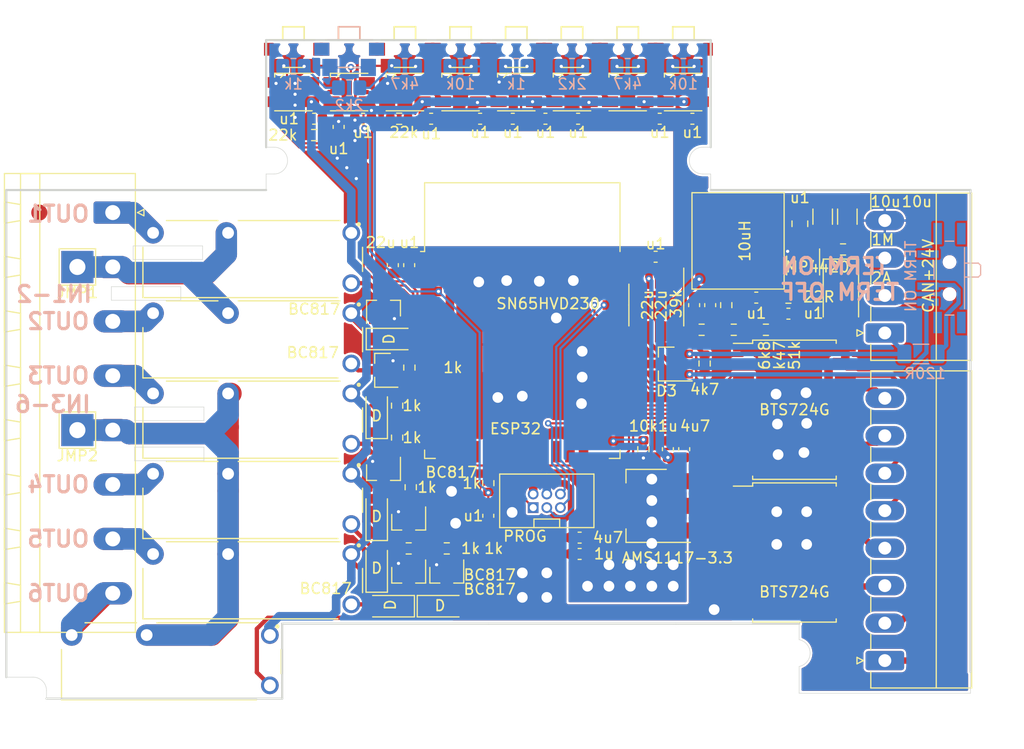
<source format=kicad_pcb>
(kicad_pcb (version 20171130) (host pcbnew "(5.1.12)-1")
  (layers (0 F.Cu signal) (31 B.Cu signal) (34 B.Paste user hide) (35 F.Paste user hide) (36 B.SilkS user) (37 F.SilkS user hide) (38 B.Mask user hide) (39 F.Mask user hide) (44 Edge.Cuts user))
  (net 0 "")
  (net 1 GND)
  (net 2 +24V)
  (net 3 +3V3)
  (net 4 CANH)
  (net 5 CANL)
  (net 6 "Net-(R7-Pad1)")
  (net 7 "Net-(U3-Pad32)")
  (net 8 "Net-(U3-Pad22)")
  (net 9 "Net-(U3-Pad21)")
  (net 10 "Net-(U3-Pad20)")
  (net 11 "Net-(U3-Pad19)")
  (net 12 "Net-(U3-Pad18)")
  (net 13 "Net-(U3-Pad17)")
  (net 14 CAN_TX)
  (net 15 CAN_RX)
  (net 16 "Net-(R3-Pad1)")
  (net 17 "Net-(U5-Pad5)")
  (net 18 "Net-(R23-Pad2)")
  (net 19 PROG_RX)
  (net 20 PROG_TX)
  (net 21 "Net-(SW1-Pad1)")
  (net 22 "Net-(J2-Pad6)")
  (net 23 "Net-(C36-Pad2)")
  (net 24 "Net-(C37-Pad2)")
  (net 25 "Net-(R22-Pad2)")
  (net 26 "Net-(U7-Pad1)")
  (net 27 "Net-(Q1-Pad1)")
  (net 28 "Net-(Q2-Pad1)")
  (net 29 "Net-(R23-Pad1)")
  (net 30 "Net-(R24-Pad2)")
  (net 31 "Net-(D2-Pad2)")
  (net 32 /psu/SW)
  (net 33 "Net-(J4-Pad2)")
  (net 34 "Net-(J4-Pad1)")
  (net 35 "Net-(J4-Pad8)")
  (net 36 "Net-(J4-Pad7)")
  (net 37 "Net-(J4-Pad6)")
  (net 38 "Net-(J4-Pad5)")
  (net 39 "Net-(J4-Pad4)")
  (net 40 "Net-(J4-Pad3)")
  (net 41 "Net-(D5-Pad2)")
  (net 42 "Net-(D6-Pad2)")
  (net 43 "Net-(D7-Pad2)")
  (net 44 "Net-(D8-Pad2)")
  (net 45 "Net-(PB1-Pad1)")
  (net 46 "Net-(PB2-Pad1)")
  (net 47 "Net-(PB3-Pad1)")
  (net 48 "Net-(PB5-Pad1)")
  (net 49 "Net-(PB6-Pad1)")
  (net 50 "Net-(PB7-Pad1)")
  (net 51 "Net-(LED1-Pad4)")
  (net 52 "Net-(LED2-Pad4)")
  (net 53 "Net-(LED3-Pad4)")
  (net 54 "Net-(LED4-Pad4)")
  (net 55 "Net-(LED5-Pad4)")
  (net 56 "Net-(LED6-Pad4)")
  (net 57 "Net-(LED7-Pad4)")
  (net 58 "Net-(LED8-Pad4)")
  (net 59 +5V)
  (net 60 KEYS2)
  (net 61 KEYS1)
  (net 62 "Net-(D1-Pad2)")
  (net 63 PROG_IO0)
  (net 64 PROG_EN)
  (net 65 LEDS)
  (net 66 "Net-(Q3-Pad1)")
  (net 67 "Net-(Q4-Pad1)")
  (net 68 "Net-(Q5-Pad1)")
  (net 69 "Net-(Q6-Pad1)")
  (net 70 "Net-(U3-Pad29)")
  (net 71 K1)
  (net 72 K2)
  (net 73 K3)
  (net 74 K4)
  (net 75 K5)
  (net 76 K6)
  (net 77 "Net-(R26-Pad1)")
  (net 78 "Net-(J2-Pad8)")
  (net 79 "Net-(J2-Pad7)")
  (net 80 "Net-(J2-Pad5)")
  (net 81 "Net-(J2-Pad4)")
  (net 82 "Net-(J2-Pad3)")
  (net 83 "Net-(J2-Pad2)")
  (net 84 "Net-(J2-Pad1)")
  (net 85 "Net-(U3-Pad7)")
  (net 86 "Net-(U3-Pad6)")
  (net 87 VDC)
  (net 88 "Net-(U2-Pad8)")
  (net 89 "Net-(U2-Pad4)")
  (net 90 "Net-(U4-Pad8)")
  (net 91 "Net-(U4-Pad4)")
  (net 92 /EXT7)
  (net 93 /EXT6)
  (net 94 "Net-(U3-Pad23)")
  (net 95 /EXT5)
  (net 96 /EXT8)
  (net 97 /EXT3)
  (net 98 /EXT2)
  (net 99 /EXT4)
  (net 100 /EXT1)
  (module TestPoint:TestPoint_THTPad_3.0x3.0mm_Drill1.5mm (layer F.Cu) (at 111.633 130.175 180)
    (fp_text reference JMP2 (at 0 -2.398) (layer F.SilkS))
    (fp_text value .)
    (pad 1 thru_hole rect (at 0 0 180) (size 3 3) (drill 1.5) (layers *.Cu *.Mask) (net 38 "Net-(J4-Pad5)"))
  )
  (module TestPoint:TestPoint_THTPad_3.0x3.0mm_Drill1.5mm (layer F.Cu) (at 111.633 114.935 180)
    (fp_text reference JMP1 (at 0 -2.398) (layer F.SilkS))
    (fp_text value .)
    (pad 1 thru_hole rect (at 0 0 180) (size 3 3) (drill 1.5) (layers *.Cu *.Mask) (net 33 "Net-(J4-Pad2)"))
  )
  (module RF_Module:ESP32-WROOM-32 (layer F.Cu) (at 153.162 122.936)
    (fp_text reference U3 hide)
    (fp_text value ESP32 (at -0.635 7.112) (layer F.SilkS))
    (pad 38 smd rect (at 8.5 -8.255) (size 2 0.9) (layers F.Cu F.Paste F.Mask) (net 1 GND))
    (pad 37 smd rect (at 8.5 -6.985) (size 2 0.9) (layers F.Cu F.Paste F.Mask) (net 15 CAN_RX))
    (pad 36 smd rect (at 8.5 -5.715) (size 2 0.9) (layers F.Cu F.Paste F.Mask) (net 14 CAN_TX))
    (pad 35 smd rect (at 8.5 -4.445) (size 2 0.9) (layers F.Cu F.Paste F.Mask) (net 20 PROG_TX))
    (pad 34 smd rect (at 8.5 -3.175) (size 2 0.9) (layers F.Cu F.Paste F.Mask) (net 19 PROG_RX))
    (pad 33 smd rect (at 8.5 -1.905) (size 2 0.9) (layers F.Cu F.Paste F.Mask) (net 95 /EXT5))
    (pad 32 smd rect (at 8.5 -0.635) (size 2 0.9) (layers F.Cu F.Paste F.Mask) (net 7 "Net-(U3-Pad32)"))
    (pad 31 smd rect (at 8.5 0.635) (size 2 0.9) (layers F.Cu F.Paste F.Mask) (net 96 /EXT8))
    (pad 30 smd rect (at 8.5 1.905) (size 2 0.9) (layers F.Cu F.Paste F.Mask) (net 93 /EXT6))
    (pad 29 smd rect (at 8.5 3.175) (size 2 0.9) (layers F.Cu F.Paste F.Mask) (net 70 "Net-(U3-Pad29)"))
    (pad 28 smd rect (at 8.5 4.445) (size 2 0.9) (layers F.Cu F.Paste F.Mask) (net 92 /EXT7))
    (pad 27 smd rect (at 8.5 5.715) (size 2 0.9) (layers F.Cu F.Paste F.Mask) (net 100 /EXT1))
    (pad 26 smd rect (at 8.5 6.985) (size 2 0.9) (layers F.Cu F.Paste F.Mask) (net 99 /EXT4))
    (pad 25 smd rect (at 8.5 8.255) (size 2 0.9) (layers F.Cu F.Paste F.Mask) (net 63 PROG_IO0))
    (pad 24 smd rect (at 5.715 9.255 90) (size 2 0.9) (layers F.Cu F.Paste F.Mask) (net 98 /EXT2))
    (pad 23 smd rect (at 4.445 9.255 90) (size 2 0.9) (layers F.Cu F.Paste F.Mask) (net 94 "Net-(U3-Pad23)"))
    (pad 22 smd rect (at 3.175 9.255 90) (size 2 0.9) (layers F.Cu F.Paste F.Mask) (net 8 "Net-(U3-Pad22)"))
    (pad 21 smd rect (at 1.905 9.255 90) (size 2 0.9) (layers F.Cu F.Paste F.Mask) (net 9 "Net-(U3-Pad21)"))
    (pad 20 smd rect (at 0.635 9.255 90) (size 2 0.9) (layers F.Cu F.Paste F.Mask) (net 10 "Net-(U3-Pad20)"))
    (pad 19 smd rect (at -0.635 9.255 90) (size 2 0.9) (layers F.Cu F.Paste F.Mask) (net 11 "Net-(U3-Pad19)"))
    (pad 18 smd rect (at -1.905 9.255 90) (size 2 0.9) (layers F.Cu F.Paste F.Mask) (net 12 "Net-(U3-Pad18)"))
    (pad 17 smd rect (at -3.175 9.255 90) (size 2 0.9) (layers F.Cu F.Paste F.Mask) (net 13 "Net-(U3-Pad17)"))
    (pad 16 smd rect (at -4.445 9.255 90) (size 2 0.9) (layers F.Cu F.Paste F.Mask) (net 97 /EXT3))
    (pad 15 smd rect (at -5.715 9.255 90) (size 2 0.9) (layers F.Cu F.Paste F.Mask) (net 1 GND))
    (pad 14 smd rect (at -8.5 8.255) (size 2 0.9) (layers F.Cu F.Paste F.Mask) (net 76 K6))
    (pad 13 smd rect (at -8.5 6.985) (size 2 0.9) (layers F.Cu F.Paste F.Mask) (net 75 K5))
    (pad 12 smd rect (at -8.5 5.715) (size 2 0.9) (layers F.Cu F.Paste F.Mask) (net 74 K4))
    (pad 11 smd rect (at -8.5 4.445) (size 2 0.9) (layers F.Cu F.Paste F.Mask) (net 73 K3))
    (pad 10 smd rect (at -8.5 3.175) (size 2 0.9) (layers F.Cu F.Paste F.Mask) (net 72 K2))
    (pad 9 smd rect (at -8.5 1.905) (size 2 0.9) (layers F.Cu F.Paste F.Mask) (net 71 K1))
    (pad 8 smd rect (at -8.5 0.635) (size 2 0.9) (layers F.Cu F.Paste F.Mask) (net 65 LEDS))
    (pad 7 smd rect (at -8.5 -0.635) (size 2 0.9) (layers F.Cu F.Paste F.Mask) (net 85 "Net-(U3-Pad7)"))
    (pad 6 smd rect (at -8.5 -1.905) (size 2 0.9) (layers F.Cu F.Paste F.Mask) (net 86 "Net-(U3-Pad6)"))
    (pad 5 smd rect (at -8.5 -3.175) (size 2 0.9) (layers F.Cu F.Paste F.Mask) (net 61 KEYS1))
    (pad 4 smd rect (at -8.5 -4.445) (size 2 0.9) (layers F.Cu F.Paste F.Mask) (net 60 KEYS2))
    (pad 3 smd rect (at -8.5 -5.715) (size 2 0.9) (layers F.Cu F.Paste F.Mask) (net 64 PROG_EN))
    (pad 2 smd rect (at -8.5 -6.985) (size 2 0.9) (layers F.Cu F.Paste F.Mask) (net 3 +3V3))
    (pad 1 smd rect (at -8.5 -8.255) (size 2 0.9) (layers F.Cu F.Paste F.Mask) (net 1 GND))
    (pad 39 smd rect (at -1 -0.755) (size 5 5) (layers F.Cu F.Paste F.Mask) (net 1 GND))
  )
  (module liebler_CONN:IDC_2x03_P1.27mm_Vertical (layer F.Cu) (at 155.448 136.779 90)
    (fp_text reference J1 hide)
    (fp_text value PROG (at -3.302 -2.032 180) (layer F.SilkS))
    (pad 6 thru_hole oval (at 0.635 1.27 90) (size 1 1) (drill 0.65) (layers *.Cu *.Mask) (net 63 PROG_IO0))
    (pad 5 thru_hole oval (at -0.635 1.27 90) (size 1 1) (drill 0.65) (layers *.Cu *.Mask) (net 19 PROG_RX))
    (pad 4 thru_hole oval (at 0.635 0 90) (size 1 1) (drill 0.65) (layers *.Cu *.Mask) (net 1 GND))
    (pad 3 thru_hole oval (at -0.635 0 90) (size 1 1) (drill 0.65) (layers *.Cu *.Mask) (net 20 PROG_TX))
    (pad 2 thru_hole oval (at 0.635 -1.27 90) (size 1 1) (drill 0.65) (layers *.Cu *.Mask) (net 3 +3V3))
    (pad 1 thru_hole rect (at -0.635 -1.27 90) (size 1 1) (drill 0.65) (layers *.Cu *.Mask) (net 64 PROG_EN))
  )
  (module Capacitor_SMD:C_0603_1608Metric (layer F.Cu) (at 149.987 138.176 270)
    (fp_text reference C40 hide)
    (fp_text value u1 (at 0 1.397 180) (layer F.SilkS))
    (pad 2 smd roundrect (at 0.775 0 270) (size 0.9 0.95) (layers F.Cu F.Paste F.Mask) (net 1 GND))
    (pad 1 smd roundrect (at -0.775 0 270) (size 0.9 0.95) (layers F.Cu F.Paste F.Mask) (net 64 PROG_EN))
  )
  (module Package_TO_SOT_SMD:SOT-23_Handsoldering (layer F.Cu) (at 166.624 124.0028 180)
    (fp_text reference D3 (at 0 -2.5) (layer F.SilkS))
    (fp_text value NUP2105)
    (pad 3 smd rect (at 1.5 0 180) (size 1.9 0.8) (layers F.Cu F.Paste F.Mask) (net 1 GND))
    (pad 2 smd rect (at -1.5 0.95 180) (size 1.9 0.8) (layers F.Cu F.Paste F.Mask) (net 4 CANH))
    (pad 1 smd rect (at -1.5 -0.95 180) (size 1.9 0.8) (layers F.Cu F.Paste F.Mask) (net 5 CANL))
  )
  (module Resistor_SMD:R_0805_2012Metric_Pad1.20x1.40mm_HandSolder (layer B.Cu) (at 147.4 96.2 180)
    (fp_text reference R4 hide)
    (fp_text value 10k (at 0 -1.65) (layer B.SilkS) (effects (justify mirror)))
    (pad 2 smd roundrect (at 1 0 180) (size 1.2 1.4) (layers B.Cu B.Paste B.Mask) (roundrect_rratio 0.208333) (net 48 "Net-(PB5-Pad1)"))
    (pad 1 smd roundrect (at -1 0 180) (size 1.2 1.4) (layers B.Cu B.Paste B.Mask) (roundrect_rratio 0.208333) (net 1 GND))
  )
  (module Capacitor_SMD:C_0603_1608Metric (layer F.Cu) (at 169.037 101.092 180)
    (fp_text reference C8 hide)
    (fp_text value u1 (at 0 -1.27) (layer F.SilkS))
    (pad 2 smd roundrect (at 0.775 0 180) (size 0.9 0.95) (layers F.Cu F.Paste F.Mask) (net 1 GND))
    (pad 1 smd roundrect (at -0.775 0 180) (size 0.9 0.95) (layers F.Cu F.Paste F.Mask) (net 59 +5V))
  )
  (module Capacitor_SMD:C_0603_1608Metric (layer F.Cu) (at 155.321 101.092)
    (fp_text reference C5 hide)
    (fp_text value u1 (at 0 1.27) (layer F.SilkS))
    (pad 2 smd roundrect (at 0.775 0) (size 0.9 0.95) (layers F.Cu F.Paste F.Mask) (net 1 GND))
    (pad 1 smd roundrect (at -0.775 0) (size 0.9 0.95) (layers F.Cu F.Paste F.Mask) (net 59 +5V))
  )
  (module Capacitor_SMD:C_0603_1608Metric (layer F.Cu) (at 149.225 101.092)
    (fp_text reference C4 hide)
    (fp_text value u1 (at 0 1.27) (layer F.SilkS))
    (pad 2 smd roundrect (at 0.775 0) (size 0.9 0.95) (layers F.Cu F.Paste F.Mask) (net 1 GND))
    (pad 1 smd roundrect (at -0.775 0) (size 0.9 0.95) (layers F.Cu F.Paste F.Mask) (net 59 +5V))
  )
  (module Capacitor_SMD:C_0603_1608Metric (layer F.Cu) (at 138.303 101.092 180)
    (fp_text reference C3 hide)
    (fp_text value u1 (at 0 -1.27) (layer F.SilkS))
    (pad 2 smd roundrect (at 0.775 0 180) (size 0.9 0.95) (layers F.Cu F.Paste F.Mask) (net 1 GND))
    (pad 1 smd roundrect (at -0.775 0 180) (size 0.9 0.95) (layers F.Cu F.Paste F.Mask) (net 59 +5V))
  )
  (module liebler_OPTO:LED_SK6812MINI_PLCC4_3.5x3.5mm_P1.75mm (layer F.Cu) (at 168.1745 98.6 180)
    (fp_text reference LED8 hide)
    (fp_text value SK6812 hide)
    (pad 3 smd rect (at -1.65 -0.9 180) (size 1.5 1) (layers F.Cu F.Paste F.Mask) (net 59 +5V))
    (pad 4 smd rect (at -1.65 0.9 180) (size 1.5 1) (layers F.Cu F.Paste F.Mask) (net 58 "Net-(LED8-Pad4)"))
    (pad 2 smd rect (at 1.65 -0.9 180) (size 1.5 1) (layers F.Cu F.Paste F.Mask) (net 57 "Net-(LED7-Pad4)"))
    (pad 1 smd rect (at 1.65 0.9 180) (size 1.5 1) (layers F.Cu F.Paste F.Mask) (net 1 GND))
  )
  (module liebler_OPTO:LED_SK6812MINI_PLCC4_3.5x3.5mm_P1.75mm (layer F.Cu) (at 163 98.6 180)
    (fp_text reference LED7 hide)
    (fp_text value SK6812 hide)
    (pad 3 smd rect (at -1.65 -0.9 180) (size 1.5 1) (layers F.Cu F.Paste F.Mask) (net 59 +5V))
    (pad 4 smd rect (at -1.65 0.9 180) (size 1.5 1) (layers F.Cu F.Paste F.Mask) (net 57 "Net-(LED7-Pad4)"))
    (pad 2 smd rect (at 1.65 -0.9 180) (size 1.5 1) (layers F.Cu F.Paste F.Mask) (net 56 "Net-(LED6-Pad4)"))
    (pad 1 smd rect (at 1.65 0.9 180) (size 1.5 1) (layers F.Cu F.Paste F.Mask) (net 1 GND))
  )
  (module Capacitor_SMD:C_0603_1608Metric (layer F.Cu) (at 165.989 101.092)
    (fp_text reference C7 hide)
    (fp_text value u1 (at 0 1.27) (layer F.SilkS))
    (pad 2 smd roundrect (at 0.775 0) (size 0.9 0.95) (layers F.Cu F.Paste F.Mask) (net 1 GND))
    (pad 1 smd roundrect (at -0.775 0) (size 0.9 0.95) (layers F.Cu F.Paste F.Mask) (net 59 +5V))
  )
  (module liebler_OPTO:LED_SK6812MINI_PLCC4_3.5x3.5mm_P1.75mm (layer F.Cu) (at 152.6 98.6 180)
    (fp_text reference LED5 hide)
    (fp_text value SK6812 hide)
    (pad 3 smd rect (at -1.65 -0.9 180) (size 1.5 1) (layers F.Cu F.Paste F.Mask) (net 59 +5V))
    (pad 4 smd rect (at -1.65 0.9 180) (size 1.5 1) (layers F.Cu F.Paste F.Mask) (net 55 "Net-(LED5-Pad4)"))
    (pad 2 smd rect (at 1.65 -0.9 180) (size 1.5 1) (layers F.Cu F.Paste F.Mask) (net 54 "Net-(LED4-Pad4)"))
    (pad 1 smd rect (at 1.65 0.9 180) (size 1.5 1) (layers F.Cu F.Paste F.Mask) (net 1 GND))
  )
  (module liebler_OPTO:LED_SK6812MINI_PLCC4_3.5x3.5mm_P1.75mm (layer F.Cu) (at 142.2 98.6 180)
    (fp_text reference LED3 hide)
    (fp_text value SK6812 hide)
    (pad 3 smd rect (at -1.65 -0.9 180) (size 1.5 1) (layers F.Cu F.Paste F.Mask) (net 59 +5V))
    (pad 4 smd rect (at -1.65 0.9 180) (size 1.5 1) (layers F.Cu F.Paste F.Mask) (net 53 "Net-(LED3-Pad4)"))
    (pad 2 smd rect (at 1.65 -0.9 180) (size 1.5 1) (layers F.Cu F.Paste F.Mask) (net 52 "Net-(LED2-Pad4)"))
    (pad 1 smd rect (at 1.65 0.9 180) (size 1.5 1) (layers F.Cu F.Paste F.Mask) (net 1 GND))
  )
  (module liebler_OPTO:LED_SK6812MINI_PLCC4_3.5x3.5mm_P1.75mm (layer F.Cu) (at 131.8 98.6 180)
    (fp_text reference LED1 hide)
    (fp_text value SK6812 hide)
    (pad 3 smd rect (at -1.65 -0.9 180) (size 1.5 1) (layers F.Cu F.Paste F.Mask) (net 59 +5V))
    (pad 4 smd rect (at -1.65 0.9 180) (size 1.5 1) (layers F.Cu F.Paste F.Mask) (net 51 "Net-(LED1-Pad4)"))
    (pad 2 smd rect (at 1.65 -0.9 180) (size 1.5 1) (layers F.Cu F.Paste F.Mask) (net 65 LEDS))
    (pad 1 smd rect (at 1.65 0.9 180) (size 1.5 1) (layers F.Cu F.Paste F.Mask) (net 1 GND))
  )
  (module Capacitor_SMD:C_0603_1608Metric (layer F.Cu) (at 144.653 101.092)
    (fp_text reference C1 hide)
    (fp_text value u1 (at 0 1.397) (layer F.SilkS))
    (pad 2 smd roundrect (at 0.775 0) (size 0.9 0.95) (layers F.Cu F.Paste F.Mask) (net 1 GND))
    (pad 1 smd roundrect (at -0.775 0) (size 0.9 0.95) (layers F.Cu F.Paste F.Mask) (net 59 +5V))
  )
  (module liebler_OPTO:LED_SK6812MINI_PLCC4_3.5x3.5mm_P1.75mm (layer F.Cu) (at 137 98.6 180)
    (fp_text reference LED2 hide)
    (fp_text value SK6812 hide)
    (pad 3 smd rect (at -1.65 -0.9 180) (size 1.5 1) (layers F.Cu F.Paste F.Mask) (net 59 +5V))
    (pad 4 smd rect (at -1.65 0.9 180) (size 1.5 1) (layers F.Cu F.Paste F.Mask) (net 52 "Net-(LED2-Pad4)"))
    (pad 2 smd rect (at 1.65 -0.9 180) (size 1.5 1) (layers F.Cu F.Paste F.Mask) (net 51 "Net-(LED1-Pad4)"))
    (pad 1 smd rect (at 1.65 0.9 180) (size 1.5 1) (layers F.Cu F.Paste F.Mask) (net 1 GND))
  )
  (module Capacitor_SMD:C_0603_1608Metric (layer F.Cu) (at 133.731 101.092)
    (fp_text reference C2 hide)
    (fp_text value u1 (at -2.342 0) (layer F.SilkS))
    (pad 2 smd roundrect (at 0.775 0) (size 0.9 0.95) (layers F.Cu F.Paste F.Mask) (net 1 GND))
    (pad 1 smd roundrect (at -0.775 0) (size 0.9 0.95) (layers F.Cu F.Paste F.Mask) (net 59 +5V))
  )
  (module liebler_OPTO:LED_SK6812MINI_PLCC4_3.5x3.5mm_P1.75mm (layer F.Cu) (at 157.8 98.6 180)
    (fp_text reference LED6 hide)
    (fp_text value SK6812 hide)
    (pad 3 smd rect (at -1.65 -0.9 180) (size 1.5 1) (layers F.Cu F.Paste F.Mask) (net 59 +5V))
    (pad 4 smd rect (at -1.65 0.9 180) (size 1.5 1) (layers F.Cu F.Paste F.Mask) (net 56 "Net-(LED6-Pad4)"))
    (pad 2 smd rect (at 1.65 -0.9 180) (size 1.5 1) (layers F.Cu F.Paste F.Mask) (net 55 "Net-(LED5-Pad4)"))
    (pad 1 smd rect (at 1.65 0.9 180) (size 1.5 1) (layers F.Cu F.Paste F.Mask) (net 1 GND))
  )
  (module Capacitor_SMD:C_0603_1608Metric (layer F.Cu) (at 136.017 101.854 270)
    (fp_text reference C9 hide)
    (fp_text value u1 (at 2.032 0 180) (layer F.SilkS))
    (pad 2 smd roundrect (at 0.775 0 270) (size 0.9 0.95) (layers F.Cu F.Paste F.Mask) (net 61 KEYS1))
    (pad 1 smd roundrect (at -0.775 0 270) (size 0.9 0.95) (layers F.Cu F.Paste F.Mask) (net 1 GND))
  )
  (module liebler_OPTO:LED_SK6812MINI_PLCC4_3.5x3.5mm_P1.75mm (layer F.Cu) (at 147.4 98.6 180)
    (fp_text reference LED4 hide)
    (fp_text value SK6812 hide)
    (pad 3 smd rect (at -1.65 -0.9 180) (size 1.5 1) (layers F.Cu F.Paste F.Mask) (net 59 +5V))
    (pad 4 smd rect (at -1.65 0.9 180) (size 1.5 1) (layers F.Cu F.Paste F.Mask) (net 54 "Net-(LED4-Pad4)"))
    (pad 2 smd rect (at 1.65 -0.9 180) (size 1.5 1) (layers F.Cu F.Paste F.Mask) (net 53 "Net-(LED3-Pad4)"))
    (pad 1 smd rect (at 1.65 0.9 180) (size 1.5 1) (layers F.Cu F.Paste F.Mask) (net 1 GND))
  )
  (module liebler_MECH:Button_2x4x3,5 (layer F.Cu) (at 131.8 94.6)
    (fp_text reference PB8 hide)
    (fp_text value PB hide)
    (pad "" np_thru_hole circle (at -0.85 0) (size 0.7 0.7) (drill 0.7) (layers *.Cu *.Mask))
    (pad "" np_thru_hole circle (at 0.85 0) (size 0.7 0.7) (drill 0.7) (layers *.Cu *.Mask))
    (pad MP smd rect (at 2.3 0) (size 0.9 1.2) (layers F.Cu F.Paste F.Mask))
    (pad 2 smd rect (at 1.675 1.55) (size 1.15 1.3) (layers F.Cu F.Paste F.Mask) (net 50 "Net-(PB7-Pad1)"))
    (pad MP smd rect (at -2.3 0) (size 0.9 1.2) (layers F.Cu F.Paste F.Mask))
    (pad 1 smd rect (at -1.675 1.55) (size 1.15 1.3) (layers F.Cu F.Paste F.Mask) (net 61 KEYS1))
  )
  (module Capacitor_SMD:C_0603_1608Metric (layer F.Cu) (at 158.369 101.092 180)
    (fp_text reference C6 hide)
    (fp_text value u1 (at 0 -1.27) (layer F.SilkS))
    (pad 2 smd roundrect (at 0.775 0 180) (size 0.9 0.95) (layers F.Cu F.Paste F.Mask) (net 1 GND))
    (pad 1 smd roundrect (at -0.775 0 180) (size 0.9 0.95) (layers F.Cu F.Paste F.Mask) (net 59 +5V))
  )
  (module Resistor_SMD:R_0603_1608Metric (layer F.Cu) (at 141.6685 101.092)
    (fp_text reference R10 hide)
    (fp_text value 22k (at 0.4445 1.27) (layer F.SilkS))
    (pad 2 smd roundrect (at 0.825 0) (size 0.8 0.95) (layers F.Cu F.Paste F.Mask) (net 59 +5V))
    (pad 1 smd roundrect (at -0.825 0) (size 0.8 0.95) (layers F.Cu F.Paste F.Mask) (net 60 KEYS2))
  )
  (module Diode_SMD:D_SOD-123 (layer F.Cu) (at 140.843 121.666)
    (fp_text reference D1 hide)
    (fp_text value D (at -0.127 0 270) (layer F.SilkS))
    (pad 2 smd rect (at 1.65 0) (size 0.9 1.2) (layers F.Cu F.Paste F.Mask) (net 62 "Net-(D1-Pad2)"))
    (pad 1 smd rect (at -1.65 0) (size 0.9 1.2) (layers F.Cu F.Paste F.Mask) (net 59 +5V))
  )
  (module Package_TO_SOT_SMD:SOT-23 (layer F.Cu) (at 142.5575 143.7005 270)
    (fp_text reference Q5 hide)
    (fp_text value BC817 (at 1.27 7.747 180) (layer F.SilkS))
    (pad 3 smd rect (at 1 0 270) (size 0.9 0.8) (layers F.Cu F.Paste F.Mask) (net 43 "Net-(D7-Pad2)"))
    (pad 2 smd rect (at -1 0.95 270) (size 0.9 0.8) (layers F.Cu F.Paste F.Mask) (net 1 GND))
    (pad 1 smd rect (at -1 -0.95 270) (size 0.9 0.8) (layers F.Cu F.Paste F.Mask) (net 68 "Net-(Q5-Pad1)"))
  )
  (module Package_TO_SOT_SMD:SOT-23 (layer F.Cu) (at 140.1445 124.587 180)
    (fp_text reference Q2 hide)
    (fp_text value BC817 (at 6.5405 1.651) (layer F.SilkS))
    (pad 3 smd rect (at 1 0 180) (size 0.9 0.8) (layers F.Cu F.Paste F.Mask) (net 31 "Net-(D2-Pad2)"))
    (pad 2 smd rect (at -1 0.95 180) (size 0.9 0.8) (layers F.Cu F.Paste F.Mask) (net 1 GND))
    (pad 1 smd rect (at -1 -0.95 180) (size 0.9 0.8) (layers F.Cu F.Paste F.Mask) (net 28 "Net-(Q2-Pad1)"))
  )
  (module Resistor_SMD:R_0603_1608Metric (layer F.Cu) (at 133.731 102.616 180)
    (fp_text reference R2 hide)
    (fp_text value 22k (at 2.921 0 180) (layer F.SilkS))
    (pad 2 smd roundrect (at 0.825 0 180) (size 0.8 0.95) (layers F.Cu F.Paste F.Mask) (net 59 +5V))
    (pad 1 smd roundrect (at -0.825 0 180) (size 0.8 0.95) (layers F.Cu F.Paste F.Mask) (net 61 KEYS1))
  )
  (module Package_TO_SOT_SMD:SOT-23 (layer F.Cu) (at 146.1135 143.7005 270)
    (fp_text reference Q6 hide)
    (fp_text value BC817 (at 0 -4.0005 180) (layer F.SilkS))
    (pad 3 smd rect (at 1 0 270) (size 0.9 0.8) (layers F.Cu F.Paste F.Mask) (net 44 "Net-(D8-Pad2)"))
    (pad 2 smd rect (at -1 0.95 270) (size 0.9 0.8) (layers F.Cu F.Paste F.Mask) (net 1 GND))
    (pad 1 smd rect (at -1 -0.95 270) (size 0.9 0.8) (layers F.Cu F.Paste F.Mask) (net 69 "Net-(Q6-Pad1)"))
  )
  (module Package_TO_SOT_SMD:SOT-23 (layer F.Cu) (at 142.5575 138.7475 270)
    (fp_text reference Q4 hide)
    (fp_text value BC817 (at 6.2865 -7.5565 180) (layer F.SilkS))
    (pad 3 smd rect (at 1 0 270) (size 0.9 0.8) (layers F.Cu F.Paste F.Mask) (net 42 "Net-(D6-Pad2)"))
    (pad 2 smd rect (at -1 0.95 270) (size 0.9 0.8) (layers F.Cu F.Paste F.Mask) (net 1 GND))
    (pad 1 smd rect (at -1 -0.95 270) (size 0.9 0.8) (layers F.Cu F.Paste F.Mask) (net 67 "Net-(Q4-Pad1)"))
  )
  (module Diode_SMD:D_SOD-123 (layer F.Cu) (at 139.573 143.0655 90)
    (fp_text reference D6 hide)
    (fp_text value D (at 0 0 180) (layer F.SilkS))
    (pad 2 smd rect (at 1.65 0 90) (size 0.9 1.2) (layers F.Cu F.Paste F.Mask) (net 42 "Net-(D6-Pad2)"))
    (pad 1 smd rect (at -1.65 0 90) (size 0.9 1.2) (layers F.Cu F.Paste F.Mask) (net 59 +5V))
  )
  (module Package_TO_SOT_SMD:SOT-23 (layer F.Cu) (at 140.208 118.8085 90)
    (fp_text reference Q1 hide)
    (fp_text value BC817 (at -0.0635 -6.477 180) (layer F.SilkS))
    (pad 3 smd rect (at 1 0 90) (size 0.9 0.8) (layers F.Cu F.Paste F.Mask) (net 62 "Net-(D1-Pad2)"))
    (pad 2 smd rect (at -1 0.95 90) (size 0.9 0.8) (layers F.Cu F.Paste F.Mask) (net 1 GND))
    (pad 1 smd rect (at -1 -0.95 90) (size 0.9 0.8) (layers F.Cu F.Paste F.Mask) (net 27 "Net-(Q1-Pad1)"))
  )
  (module Diode_SMD:D_SOD-123 (layer F.Cu) (at 145.6055 146.6215)
    (fp_text reference D8 hide)
    (fp_text value D (at -0.127 -0.054) (layer F.SilkS))
    (pad 2 smd rect (at 1.65 0) (size 0.9 1.2) (layers F.Cu F.Paste F.Mask) (net 44 "Net-(D8-Pad2)"))
    (pad 1 smd rect (at -1.65 0) (size 0.9 1.2) (layers F.Cu F.Paste F.Mask) (net 59 +5V))
  )
  (module Package_TO_SOT_SMD:SOT-23 (layer F.Cu) (at 140.208 134.112 270)
    (fp_text reference Q3 hide)
    (fp_text value BC817 (at 0 -6.35 180) (layer F.SilkS))
    (pad 3 smd rect (at 1 0 270) (size 0.9 0.8) (layers F.Cu F.Paste F.Mask) (net 41 "Net-(D5-Pad2)"))
    (pad 2 smd rect (at -1 0.95 270) (size 0.9 0.8) (layers F.Cu F.Paste F.Mask) (net 1 GND))
    (pad 1 smd rect (at -1 -0.95 270) (size 0.9 0.8) (layers F.Cu F.Paste F.Mask) (net 66 "Net-(Q3-Pad1)"))
  )
  (module Diode_SMD:D_SOD-123 (layer F.Cu) (at 139.573 138.2395 90)
    (fp_text reference D5 hide)
    (fp_text value D (at 0 0 180) (layer F.SilkS))
    (pad 2 smd rect (at 1.65 0 90) (size 0.9 1.2) (layers F.Cu F.Paste F.Mask) (net 41 "Net-(D5-Pad2)"))
    (pad 1 smd rect (at -1.65 0 90) (size 0.9 1.2) (layers F.Cu F.Paste F.Mask) (net 59 +5V))
  )
  (module Diode_SMD:D_SOD-123 (layer F.Cu) (at 139.573 128.7145 90)
    (fp_text reference D2 hide)
    (fp_text value D (at -0.127 0 180) (layer F.SilkS))
    (pad 2 smd rect (at 1.65 0 90) (size 0.9 1.2) (layers F.Cu F.Paste F.Mask) (net 31 "Net-(D2-Pad2)"))
    (pad 1 smd rect (at -1.65 0 90) (size 0.9 1.2) (layers F.Cu F.Paste F.Mask) (net 59 +5V))
  )
  (module liebler_MECH:Button_2x4x3,5_handsolder (layer B.Cu) (at 137 94.6 180)
    (fp_text reference SW3 hide)
    (fp_text value Reset hide)
    (pad "" np_thru_hole circle (at -0.85 0 180) (size 0.7 0.7) (drill 0.7) (layers *.Cu *.Mask))
    (pad "" np_thru_hole circle (at 0.85 0 180) (size 0.7 0.7) (drill 0.7) (layers *.Cu *.Mask))
    (pad MP smd rect (at 2.55 0 180) (size 1.4 1.2) (layers B.Cu B.Paste B.Mask))
    (pad 2 smd rect (at 1.8 -1.7 180) (size 1.4 1.6) (layers B.Cu B.Paste B.Mask) (net 1 GND))
    (pad MP smd rect (at -2.55 0 180) (size 1.4 1.2) (layers B.Cu B.Paste B.Mask))
    (pad 1 smd rect (at -1.8 -1.7 180) (size 1.4 1.6) (layers B.Cu B.Paste B.Mask) (net 64 PROG_EN))
  )
  (module Diode_SMD:D_SOD-123 (layer F.Cu) (at 140.843 146.6215 180)
    (fp_text reference D7 hide)
    (fp_text value D (at 0 0.127 270) (layer F.SilkS))
    (pad 2 smd rect (at 1.65 0 180) (size 0.9 1.2) (layers F.Cu F.Paste F.Mask) (net 43 "Net-(D7-Pad2)"))
    (pad 1 smd rect (at -1.65 0 180) (size 0.9 1.2) (layers F.Cu F.Paste F.Mask) (net 59 +5V))
  )
  (module Resistor_SMD:R_0603_1608Metric (layer F.Cu) (at 142.621 124.333 270)
    (fp_text reference R13 hide)
    (fp_text value 1k (at 0 -4.064 180) (layer F.SilkS))
    (pad 2 smd roundrect (at 0.825 0 270) (size 0.8 0.95) (layers F.Cu F.Paste F.Mask) (net 71 K1))
    (pad 1 smd roundrect (at -0.825 0 270) (size 0.8 0.95) (layers F.Cu F.Paste F.Mask) (net 27 "Net-(Q1-Pad1)"))
  )
  (module Capacitor_SMD:C_0603_1608Metric (layer F.Cu) (at 152.273 101.092)
    (fp_text reference C10 hide)
    (fp_text value u1 (at 0 1.27 -180) (layer F.SilkS))
    (pad 2 smd roundrect (at 0.775 0) (size 0.9 0.95) (layers F.Cu F.Paste F.Mask) (net 60 KEYS2))
    (pad 1 smd roundrect (at -0.775 0) (size 0.9 0.95) (layers F.Cu F.Paste F.Mask) (net 1 GND))
  )
  (module liebler_MECH:Button_2x4x3,5 (layer F.Cu) (at 137 94.6)
    (fp_text reference PB7 hide)
    (fp_text value PB hide)
    (pad "" np_thru_hole circle (at -0.85 0) (size 0.7 0.7) (drill 0.7) (layers *.Cu *.Mask))
    (pad "" np_thru_hole circle (at 0.85 0) (size 0.7 0.7) (drill 0.7) (layers *.Cu *.Mask))
    (pad MP smd rect (at 2.3 0) (size 0.9 1.2) (layers F.Cu F.Paste F.Mask))
    (pad 2 smd rect (at 1.675 1.55) (size 1.15 1.3) (layers F.Cu F.Paste F.Mask) (net 49 "Net-(PB6-Pad1)"))
    (pad MP smd rect (at -2.3 0) (size 0.9 1.2) (layers F.Cu F.Paste F.Mask))
    (pad 1 smd rect (at -1.675 1.55) (size 1.15 1.3) (layers F.Cu F.Paste F.Mask) (net 50 "Net-(PB7-Pad1)"))
  )
  (module liebler_MECH:Button_2x4x3,5 (layer F.Cu) (at 168.2 94.6)
    (fp_text reference PB1 hide)
    (fp_text value PB hide)
    (pad "" np_thru_hole circle (at -0.85 0) (size 0.7 0.7) (drill 0.7) (layers *.Cu *.Mask))
    (pad "" np_thru_hole circle (at 0.85 0) (size 0.7 0.7) (drill 0.7) (layers *.Cu *.Mask))
    (pad MP smd rect (at 2.3 0) (size 0.9 1.2) (layers F.Cu F.Paste F.Mask))
    (pad 2 smd rect (at 1.675 1.55) (size 1.15 1.3) (layers F.Cu F.Paste F.Mask) (net 1 GND))
    (pad MP smd rect (at -2.3 0) (size 0.9 1.2) (layers F.Cu F.Paste F.Mask))
    (pad 1 smd rect (at -1.675 1.55) (size 1.15 1.3) (layers F.Cu F.Paste F.Mask) (net 45 "Net-(PB1-Pad1)"))
  )
  (module Package_SO:SOIC-8_3.9x4.9mm_P1.27mm (layer F.Cu) (at 165.6715 118.491 270)
    (fp_text reference U5 hide)
    (fp_text value SN65HVD230 (at -0.127 10.0965 180) (layer F.SilkS))
    (pad 8 smd roundrect (at 2.475 -1.905 270) (size 1.95 0.6) (layers F.Cu F.Paste F.Mask) (net 16 "Net-(R3-Pad1)"))
    (pad 7 smd roundrect (at 2.475 -0.635 270) (size 1.95 0.6) (layers F.Cu F.Paste F.Mask) (net 4 CANH))
    (pad 6 smd roundrect (at 2.475 0.635 270) (size 1.95 0.6) (layers F.Cu F.Paste F.Mask) (net 5 CANL))
    (pad 5 smd roundrect (at 2.475 1.905 270) (size 1.95 0.6) (layers F.Cu F.Paste F.Mask) (net 17 "Net-(U5-Pad5)"))
    (pad 4 smd roundrect (at -2.475 1.905 270) (size 1.95 0.6) (layers F.Cu F.Paste F.Mask) (net 15 CAN_RX))
    (pad 3 smd roundrect (at -2.475 0.635 270) (size 1.95 0.6) (layers F.Cu F.Paste F.Mask) (net 3 +3V3))
    (pad 2 smd roundrect (at -2.475 -0.635 270) (size 1.95 0.6) (layers F.Cu F.Paste F.Mask) (net 1 GND))
    (pad 1 smd roundrect (at -2.475 -1.905 270) (size 1.95 0.6) (layers F.Cu F.Paste F.Mask) (net 14 CAN_TX))
  )
  (module Connector_Phoenix_MSTB:PhoenixContact_MSTBA_2,5_8-G-5,08_1x08_P5.08mm_Horizontal (layer F.Cu) (at 114.935 109.855 270)
    (fp_text reference J4 hide)
    (fp_text value Conn_01x08 hide)
    (pad 8 thru_hole oval (at 35.56 0 270) (size 2.08 3.6) (drill 1.4) (layers *.Cu *.Mask) (net 35 "Net-(J4-Pad8)"))
    (pad 7 thru_hole oval (at 30.48 0 270) (size 2.08 3.6) (drill 1.4) (layers *.Cu *.Mask) (net 36 "Net-(J4-Pad7)"))
    (pad 6 thru_hole oval (at 25.4 0 270) (size 2.08 3.6) (drill 1.4) (layers *.Cu *.Mask) (net 37 "Net-(J4-Pad6)"))
    (pad 5 thru_hole oval (at 20.32 0 270) (size 2.08 3.6) (drill 1.4) (layers *.Cu *.Mask) (net 38 "Net-(J4-Pad5)"))
    (pad 4 thru_hole oval (at 15.24 0 270) (size 2.08 3.6) (drill 1.4) (layers *.Cu *.Mask) (net 39 "Net-(J4-Pad4)"))
    (pad 3 thru_hole oval (at 10.16 0 270) (size 2.08 3.6) (drill 1.4) (layers *.Cu *.Mask) (net 40 "Net-(J4-Pad3)"))
    (pad 2 thru_hole oval (at 5.08 0 270) (size 2.08 3.6) (drill 1.4) (layers *.Cu *.Mask) (net 33 "Net-(J4-Pad2)"))
    (pad 1 thru_hole roundrect (at 0 0 270) (size 2.08 3.6) (drill 1.4) (layers *.Cu *.Mask) (roundrect_rratio 0.120192) (net 34 "Net-(J4-Pad1)"))
  )
  (module liebler_MECH:Button_2x4x3,5 (layer F.Cu) (at 147.4 94.6)
    (fp_text reference PB5 hide)
    (fp_text value PB hide)
    (pad "" np_thru_hole circle (at -0.85 0) (size 0.7 0.7) (drill 0.7) (layers *.Cu *.Mask))
    (pad "" np_thru_hole circle (at 0.85 0) (size 0.7 0.7) (drill 0.7) (layers *.Cu *.Mask))
    (pad MP smd rect (at 2.3 0) (size 0.9 1.2) (layers F.Cu F.Paste F.Mask))
    (pad 2 smd rect (at 1.675 1.55) (size 1.15 1.3) (layers F.Cu F.Paste F.Mask) (net 1 GND))
    (pad MP smd rect (at -2.3 0) (size 0.9 1.2) (layers F.Cu F.Paste F.Mask))
    (pad 1 smd rect (at -1.675 1.55) (size 1.15 1.3) (layers F.Cu F.Paste F.Mask) (net 48 "Net-(PB5-Pad1)"))
  )
  (module liebler_MECH:Button_2x4x3,5 (layer F.Cu) (at 142.2 94.6)
    (fp_text reference PB6 hide)
    (fp_text value PB hide)
    (pad "" np_thru_hole circle (at -0.85 0) (size 0.7 0.7) (drill 0.7) (layers *.Cu *.Mask))
    (pad "" np_thru_hole circle (at 0.85 0) (size 0.7 0.7) (drill 0.7) (layers *.Cu *.Mask))
    (pad MP smd rect (at 2.3 0) (size 0.9 1.2) (layers F.Cu F.Paste F.Mask))
    (pad 2 smd rect (at 1.675 1.55) (size 1.15 1.3) (layers F.Cu F.Paste F.Mask) (net 48 "Net-(PB5-Pad1)"))
    (pad MP smd rect (at -2.3 0) (size 0.9 1.2) (layers F.Cu F.Paste F.Mask))
    (pad 1 smd rect (at -1.675 1.55) (size 1.15 1.3) (layers F.Cu F.Paste F.Mask) (net 49 "Net-(PB6-Pad1)"))
  )
  (module liebler_MECH:Button_2x4x3,5 (layer F.Cu) (at 163 94.6)
    (fp_text reference PB2 hide)
    (fp_text value PB hide)
    (pad "" np_thru_hole circle (at -0.85 0) (size 0.7 0.7) (drill 0.7) (layers *.Cu *.Mask))
    (pad "" np_thru_hole circle (at 0.85 0) (size 0.7 0.7) (drill 0.7) (layers *.Cu *.Mask))
    (pad MP smd rect (at 2.3 0) (size 0.9 1.2) (layers F.Cu F.Paste F.Mask))
    (pad 2 smd rect (at 1.675 1.55) (size 1.15 1.3) (layers F.Cu F.Paste F.Mask) (net 45 "Net-(PB1-Pad1)"))
    (pad MP smd rect (at -2.3 0) (size 0.9 1.2) (layers F.Cu F.Paste F.Mask))
    (pad 1 smd rect (at -1.675 1.55) (size 1.15 1.3) (layers F.Cu F.Paste F.Mask) (net 46 "Net-(PB2-Pad1)"))
  )
  (module Resistor_SMD:R_0603_1608Metric (layer F.Cu) (at 164.465 131.953 90)
    (fp_text reference R25 hide)
    (fp_text value 10k (at 2.159 0 180) (layer F.SilkS))
    (pad 2 smd roundrect (at 0.825 0 90) (size 0.8 0.95) (layers F.Cu F.Paste F.Mask) (net 63 PROG_IO0))
    (pad 1 smd roundrect (at -0.825 0 90) (size 0.8 0.95) (layers F.Cu F.Paste F.Mask) (net 3 +3V3))
  )
  (module Fiducial:Fiducial_1.5mm_Mask3mm (layer F.Cu) (at 181.864 152.654)
    (fp_text reference FID1 hide)
    (fp_text value Fiducial hide)
    (pad "" smd circle (at 0 0) (size 1.5 1.5) (layers F.Cu F.Mask) (clearance 0.75))
  )
  (module liebler_MECH:Button_2x4x3,5 (layer F.Cu) (at 152.6 94.6)
    (fp_text reference PB4 hide)
    (fp_text value PB hide)
    (pad "" np_thru_hole circle (at -0.85 0) (size 0.7 0.7) (drill 0.7) (layers *.Cu *.Mask))
    (pad "" np_thru_hole circle (at 0.85 0) (size 0.7 0.7) (drill 0.7) (layers *.Cu *.Mask))
    (pad MP smd rect (at 2.3 0) (size 0.9 1.2) (layers F.Cu F.Paste F.Mask))
    (pad 2 smd rect (at 1.675 1.55) (size 1.15 1.3) (layers F.Cu F.Paste F.Mask) (net 47 "Net-(PB3-Pad1)"))
    (pad MP smd rect (at -2.3 0) (size 0.9 1.2) (layers F.Cu F.Paste F.Mask))
    (pad 1 smd rect (at -1.675 1.55) (size 1.15 1.3) (layers F.Cu F.Paste F.Mask) (net 60 KEYS2))
  )
  (module Resistor_SMD:R_1206_3216Metric_Pad1.30x1.75mm_HandSolder (layer B.Cu) (at 190.373 123.063 180)
    (fp_text reference R7 hide)
    (fp_text value 120R (at -0.381 -1.82) (layer B.SilkS) (effects (justify mirror)))
    (pad 2 smd roundrect (at 1.55 0 180) (size 1.3 1.75) (layers B.Cu B.Paste B.Mask) (roundrect_rratio 0.192308) (net 4 CANH))
    (pad 1 smd roundrect (at -1.55 0 180) (size 1.3 1.75) (layers B.Cu B.Paste B.Mask) (roundrect_rratio 0.192308) (net 6 "Net-(R7-Pad1)"))
  )
  (module Capacitor_SMD:C_0603_1608Metric (layer F.Cu) (at 141.08 114.765 90)
    (fp_text reference C33 hide)
    (fp_text value 22u (at 2.116 -1.126 180) (layer F.SilkS))
    (pad 2 smd roundrect (at 0.775 0 90) (size 0.9 0.95) (layers F.Cu F.Paste F.Mask) (net 1 GND))
    (pad 1 smd roundrect (at -0.775 0 90) (size 0.9 0.95) (layers F.Cu F.Paste F.Mask) (net 3 +3V3))
  )
  (module Capacitor_SMD:C_0603_1608Metric (layer F.Cu) (at 142.604 114.765 90)
    (fp_text reference C32 hide)
    (fp_text value u1 (at 2.116 0.017 180) (layer F.SilkS))
    (pad 2 smd roundrect (at 0.775 0 90) (size 0.9 0.95) (layers F.Cu F.Paste F.Mask) (net 1 GND))
    (pad 1 smd roundrect (at -0.775 0 90) (size 0.9 0.95) (layers F.Cu F.Paste F.Mask) (net 3 +3V3))
  )
  (module liebler_MECH:Button_2x4x3,5 (layer F.Cu) (at 157.8 94.6)
    (fp_text reference PB3 hide)
    (fp_text value PB hide)
    (pad "" np_thru_hole circle (at -0.85 0) (size 0.7 0.7) (drill 0.7) (layers *.Cu *.Mask))
    (pad "" np_thru_hole circle (at 0.85 0) (size 0.7 0.7) (drill 0.7) (layers *.Cu *.Mask))
    (pad MP smd rect (at 2.3 0) (size 0.9 1.2) (layers F.Cu F.Paste F.Mask))
    (pad 2 smd rect (at 1.675 1.55) (size 1.15 1.3) (layers F.Cu F.Paste F.Mask) (net 46 "Net-(PB2-Pad1)"))
    (pad MP smd rect (at -2.3 0) (size 0.9 1.2) (layers F.Cu F.Paste F.Mask))
    (pad 1 smd rect (at -1.675 1.55) (size 1.15 1.3) (layers F.Cu F.Paste F.Mask) (net 47 "Net-(PB3-Pad1)"))
  )
  (module liebler_MECH:RELAY_ALDP105W (layer F.Cu) (at 120.4 151.765 180)
    (fp_text reference K6 hide)
    (fp_text value ALDP105W hide)
    (pad 14 thru_hole circle (at 9.3 2.45 180) (size 1.65 1.65) (drill 1.1) (layers *.Cu *.Mask) (net 35 "Net-(J4-Pad8)"))
    (pad 11 thru_hole circle (at 2.3 2.45 180) (size 1.65 1.65) (drill 1.1) (layers *.Cu *.Mask) (net 38 "Net-(J4-Pad5)"))
    (pad A2 thru_hole circle (at -9.2 -2.25 180) (size 1.65 1.65) (drill 1.1) (layers *.Cu *.Mask) (net 44 "Net-(D8-Pad2)"))
    (pad A1 thru_hole circle (at -9.2 2.45 180) (size 1.65 1.65) (drill 1.1) (layers *.Cu *.Mask) (net 59 +5V))
  )
  (module Capacitor_SMD:C_0603_1608Metric (layer F.Cu) (at 178 119.3)
    (fp_text reference C36 hide)
    (fp_text value u1 (at 2.34 -0.047 180) (layer F.SilkS))
    (pad 2 smd roundrect (at 0.775 0) (size 0.9 0.95) (layers F.Cu F.Paste F.Mask) (net 23 "Net-(C36-Pad2)"))
    (pad 1 smd roundrect (at -0.775 0) (size 0.9 0.95) (layers F.Cu F.Paste F.Mask) (net 1 GND))
  )
  (module liebler_MECH:RELAY_ALDP105W (layer F.Cu) (at 128 129.2 180)
    (fp_text reference K3 hide)
    (fp_text value ALDP105W hide)
    (pad 14 thru_hole circle (at 9.3 2.45 180) (size 1.65 1.65) (drill 1.1) (layers *.Cu *.Mask) (net 39 "Net-(J4-Pad4)"))
    (pad 11 thru_hole circle (at 2.3 2.45 180) (size 1.65 1.65) (drill 1.1) (layers *.Cu *.Mask) (net 38 "Net-(J4-Pad5)"))
    (pad A2 thru_hole circle (at -9.2 -2.25 180) (size 1.65 1.65) (drill 1.1) (layers *.Cu *.Mask) (net 41 "Net-(D5-Pad2)"))
    (pad A1 thru_hole circle (at -9.2 2.45 180) (size 1.65 1.65) (drill 1.1) (layers *.Cu *.Mask) (net 59 +5V))
  )
  (module Capacitor_SMD:C_0603_1608Metric (layer F.Cu) (at 170.7 118.5 270)
    (fp_text reference C38 hide)
    (fp_text value 22u (at -0.009 4.584 270) (layer F.SilkS))
    (pad 2 smd roundrect (at 0.775 0 270) (size 0.9 0.95) (layers F.Cu F.Paste F.Mask) (net 1 GND))
    (pad 1 smd roundrect (at -0.775 0 270) (size 0.9 0.95) (layers F.Cu F.Paste F.Mask) (net 59 +5V))
  )
  (module Capacitor_SMD:C_1206_3216Metric (layer F.Cu) (at 181.2 110.236 270)
    (fp_text reference C31 hide)
    (fp_text value 10u (at -1.397 -5.871 180) (layer F.SilkS))
    (pad 2 smd roundrect (at 1.475 0 270) (size 1.15 1.8) (layers F.Cu F.Paste F.Mask) (roundrect_rratio 0.2173904347826087) (net 2 +24V))
    (pad 1 smd roundrect (at -1.475 0 270) (size 1.15 1.8) (layers F.Cu F.Paste F.Mask) (roundrect_rratio 0.2173904347826087) (net 1 GND))
  )
  (module Resistor_SMD:R_0603_1608Metric (layer F.Cu) (at 178 117.8)
    (fp_text reference R24 hide)
    (fp_text value 22R (at 2.848 -0.071) (layer F.SilkS))
    (pad 2 smd roundrect (at 0.825 0) (size 0.8 0.95) (layers F.Cu F.Paste F.Mask) (net 30 "Net-(R24-Pad2)"))
    (pad 1 smd roundrect (at -0.825 0) (size 0.8 0.95) (layers F.Cu F.Paste F.Mask) (net 24 "Net-(C37-Pad2)"))
  )
  (module Capacitor_SMD:C_0805_2012Metric (layer F.Cu) (at 179.07 110.9 270)
    (fp_text reference C35 hide)
    (fp_text value u1 (at -2.442 0 180) (layer F.SilkS))
    (pad 2 smd roundrect (at 0.95 0 270) (size 1 1.45) (layers F.Cu F.Paste F.Mask) (net 2 +24V))
    (pad 1 smd roundrect (at -0.95 0 270) (size 1 1.45) (layers F.Cu F.Paste F.Mask) (net 1 GND))
  )
  (module liebler_MECH:RELAY_ALDP105W (layer F.Cu) (at 128 144.2 180)
    (fp_text reference K5 hide)
    (fp_text value ALDP105W hide)
    (pad 14 thru_hole circle (at 9.3 2.45 180) (size 1.65 1.65) (drill 1.1) (layers *.Cu *.Mask) (net 36 "Net-(J4-Pad7)"))
    (pad 11 thru_hole circle (at 2.3 2.45 180) (size 1.65 1.65) (drill 1.1) (layers *.Cu *.Mask) (net 38 "Net-(J4-Pad5)"))
    (pad A2 thru_hole circle (at -9.2 -2.25 180) (size 1.65 1.65) (drill 1.1) (layers *.Cu *.Mask) (net 43 "Net-(D7-Pad2)"))
    (pad A1 thru_hole circle (at -9.2 2.45 180) (size 1.65 1.65) (drill 1.1) (layers *.Cu *.Mask) (net 59 +5V))
  )
  (module Resistor_SMD:R_0603_1608Metric (layer F.Cu) (at 169.9 120.8)
    (fp_text reference R34 hide)
    (fp_text value 6k8 (at 5.868 2.39 270) (layer F.SilkS))
    (pad 2 smd roundrect (at 0.825 0) (size 0.8 0.95) (layers F.Cu F.Paste F.Mask) (net 77 "Net-(R26-Pad1)"))
    (pad 1 smd roundrect (at -0.825 0) (size 0.8 0.95) (layers F.Cu F.Paste F.Mask) (net 1 GND))
  )
  (module Capacitor_SMD:C_0603_1608Metric (layer F.Cu) (at 169.2 118.5 270)
    (fp_text reference C39 hide)
    (fp_text value 22u (at -0.009 4.354 90) (layer F.SilkS))
    (pad 2 smd roundrect (at 0.775 0 270) (size 0.9 0.95) (layers F.Cu F.Paste F.Mask) (net 1 GND))
    (pad 1 smd roundrect (at -0.775 0 270) (size 0.9 0.95) (layers F.Cu F.Paste F.Mask) (net 59 +5V))
  )
  (module Resistor_SMD:R_0603_1608Metric (layer F.Cu) (at 172.2 118.5 270)
    (fp_text reference R35 hide)
    (fp_text value 39k (at -0.136 4.687 270) (layer F.SilkS))
    (pad 2 smd roundrect (at 0.825 0 270) (size 0.8 0.95) (layers F.Cu F.Paste F.Mask) (net 29 "Net-(R23-Pad1)"))
    (pad 1 smd roundrect (at -0.825 0 270) (size 0.8 0.95) (layers F.Cu F.Paste F.Mask) (net 59 +5V))
  )
  (module Capacitor_SMD:C_0603_1608Metric (layer F.Cu) (at 165.608 113.9825)
    (fp_text reference C22 hide)
    (fp_text value u1 (at 0 -1.2065) (layer F.SilkS))
    (pad 2 smd roundrect (at 0.775 0) (size 0.9 0.95) (layers F.Cu F.Paste F.Mask) (net 1 GND))
    (pad 1 smd roundrect (at -0.775 0) (size 0.9 0.95) (layers F.Cu F.Paste F.Mask) (net 3 +3V3))
  )
  (module Fiducial:Fiducial_1.5mm_Mask3mm (layer F.Cu) (at 108.077 109.855)
    (fp_text reference FID2 hide)
    (fp_text value Fiducial hide)
    (pad "" smd circle (at 0 0) (size 1.5 1.5) (layers F.Cu F.Mask) (clearance 0.75))
  )
  (module Resistor_SMD:R_0603_1608Metric (layer F.Cu) (at 175.9 120.8)
    (fp_text reference R23 hide)
    (fp_text value 51k (at 2.662 2.39 270) (layer F.SilkS))
    (pad 2 smd roundrect (at 0.825 0) (size 0.8 0.95) (layers F.Cu F.Paste F.Mask) (net 18 "Net-(R23-Pad2)"))
    (pad 1 smd roundrect (at -0.825 0) (size 0.8 0.95) (layers F.Cu F.Paste F.Mask) (net 29 "Net-(R23-Pad1)"))
  )
  (module liebler_MECH:SW_SPDT_PCM12_handsolder (layer B.Cu) (at 192.71 115.9764 270)
    (fp_text reference SW1 hide)
    (fp_text value "TERM ON" (at -0.1651 3.2895 270) (layer B.SilkS) (effects (justify mirror)))
    (pad "" np_thru_hole circle (at -1.5 -0.33 270) (size 0.9 0.9) (drill 0.9) (layers *.Cu *.Mask))
    (pad "" np_thru_hole circle (at 1.5 -0.33 270) (size 0.9 0.9) (drill 0.9) (layers *.Cu *.Mask))
    (pad 1 smd rect (at -2.25 1.68 270) (size 0.7 2) (layers B.Cu B.Paste B.Mask) (net 21 "Net-(SW1-Pad1)"))
    (pad 2 smd rect (at 0.75 1.68 270) (size 0.7 2) (layers B.Cu B.Paste B.Mask) (net 6 "Net-(R7-Pad1)"))
    (pad 3 smd rect (at 2.25 1.68 270) (size 0.7 2) (layers B.Cu B.Paste B.Mask) (net 5 CANL))
    (pad "" smd rect (at -4.15 -1.43 270) (size 2 0.8) (layers B.Cu B.Paste B.Mask))
    (pad "" smd rect (at 4.15 -1.43 270) (size 2 0.8) (layers B.Cu B.Paste B.Mask))
    (pad "" smd rect (at 4.15 0.78 270) (size 2 0.8) (layers B.Cu B.Paste B.Mask))
    (pad "" smd rect (at -4.15 0.78 270) (size 2 0.8) (layers B.Cu B.Paste B.Mask))
  )
  (module Connector_Phoenix_MC:PhoenixContact_MC_1,5_4-G-3.5_1x04_P3.50mm_Horizontal (layer F.Cu) (at 187 121.1 90)
    (fp_text reference J3 hide)
    (fp_text value CAN+24V (at 5.334 4.064 90) (layer F.SilkS))
    (pad 4 thru_hole oval (at 10.5 0 90) (size 1.8 3.6) (drill 1.2) (layers *.Cu *.Mask) (net 1 GND))
    (pad 3 thru_hole oval (at 7 0 90) (size 1.8 3.6) (drill 1.2) (layers *.Cu *.Mask) (net 87 VDC))
    (pad 2 thru_hole oval (at 3.5 0 90) (size 1.8 3.6) (drill 1.2) (layers *.Cu *.Mask) (net 5 CANL))
    (pad 1 thru_hole roundrect (at 0 0 90) (size 1.8 3.6) (drill 1.2) (layers *.Cu *.Mask) (roundrect_rratio 0.1388888888888889) (net 4 CANH))
  )
  (module Resistor_SMD:R_0603_1608Metric (layer F.Cu) (at 183.1 113.3 180)
    (fp_text reference R22 hide)
    (fp_text value 1M (at -3.717 0.905) (layer F.SilkS))
    (pad 2 smd roundrect (at 0.825 0 180) (size 0.8 0.95) (layers F.Cu F.Paste F.Mask) (net 25 "Net-(R22-Pad2)"))
    (pad 1 smd roundrect (at -0.825 0 180) (size 0.8 0.95) (layers F.Cu F.Paste F.Mask) (net 2 +24V))
  )
  (module liebler_MECH:RELAY_ALDP105W (layer F.Cu) (at 128 136.7 180)
    (fp_text reference K4 hide)
    (fp_text value ALDP105W hide)
    (pad 14 thru_hole circle (at 9.3 2.45 180) (size 1.65 1.65) (drill 1.1) (layers *.Cu *.Mask) (net 37 "Net-(J4-Pad6)"))
    (pad 11 thru_hole circle (at 2.3 2.45 180) (size 1.65 1.65) (drill 1.1) (layers *.Cu *.Mask) (net 38 "Net-(J4-Pad5)"))
    (pad A2 thru_hole circle (at -9.2 -2.25 180) (size 1.65 1.65) (drill 1.1) (layers *.Cu *.Mask) (net 42 "Net-(D6-Pad2)"))
    (pad A1 thru_hole circle (at -9.2 2.45 180) (size 1.65 1.65) (drill 1.1) (layers *.Cu *.Mask) (net 59 +5V))
  )
  (module Resistor_SMD:R_0805_2012Metric_Pad1.20x1.40mm_HandSolder (layer B.Cu) (at 142.2 96.2 180)
    (fp_text reference R5 hide)
    (fp_text value 4k7 (at 0 -1.65) (layer B.SilkS) (effects (justify mirror)))
    (pad 2 smd roundrect (at 1 0 180) (size 1.2 1.4) (layers B.Cu B.Paste B.Mask) (roundrect_rratio 0.208333) (net 49 "Net-(PB6-Pad1)"))
    (pad 1 smd roundrect (at -1 0 180) (size 1.2 1.4) (layers B.Cu B.Paste B.Mask) (roundrect_rratio 0.208333) (net 48 "Net-(PB5-Pad1)"))
  )
  (module liebler_MECH:RELAY_ALDP105W (layer F.Cu) (at 128 114.2 180)
    (fp_text reference K1 hide)
    (fp_text value ALDP105W hide)
    (pad 14 thru_hole circle (at 9.3 2.45 180) (size 1.65 1.65) (drill 1.1) (layers *.Cu *.Mask) (net 34 "Net-(J4-Pad1)"))
    (pad 11 thru_hole circle (at 2.3 2.45 180) (size 1.65 1.65) (drill 1.1) (layers *.Cu *.Mask) (net 33 "Net-(J4-Pad2)"))
    (pad A2 thru_hole circle (at -9.2 -2.25 180) (size 1.65 1.65) (drill 1.1) (layers *.Cu *.Mask) (net 62 "Net-(D1-Pad2)"))
    (pad A1 thru_hole circle (at -9.2 2.45 180) (size 1.65 1.65) (drill 1.1) (layers *.Cu *.Mask) (net 59 +5V))
  )
  (module Resistor_SMD:R_0805_2012Metric_Pad1.20x1.40mm_HandSolder (layer B.Cu) (at 157.8 96.2 180)
    (fp_text reference R15 hide)
    (fp_text value 2k2 (at 0 -1.65) (layer B.SilkS) (effects (justify mirror)))
    (pad 2 smd roundrect (at 1 0 180) (size 1.2 1.4) (layers B.Cu B.Paste B.Mask) (roundrect_rratio 0.208333) (net 47 "Net-(PB3-Pad1)"))
    (pad 1 smd roundrect (at -1 0 180) (size 1.2 1.4) (layers B.Cu B.Paste B.Mask) (roundrect_rratio 0.208333) (net 46 "Net-(PB2-Pad1)"))
  )
  (module Package_SO:Infineon_PG-DSO-20-32 (layer F.Cu) (at 178.562 141.605)
    (fp_text reference U2 hide)
    (fp_text value BTS724G (at 0 3.683 180) (layer F.SilkS))
    (pad 20 smd rect (at 4.75 -5.715 90) (size 0.55 1.95) (layers F.Cu F.Paste F.Mask) (net 87 VDC))
    (pad 19 smd rect (at 4.75 -4.445 90) (size 0.55 1.95) (layers F.Cu F.Paste F.Mask) (net 87 VDC))
    (pad 18 smd rect (at 4.75 -3.175 90) (size 0.55 1.95) (layers F.Cu F.Paste F.Mask) (net 84 "Net-(J2-Pad1)"))
    (pad 17 smd rect (at 4.75 -1.905 90) (size 0.55 1.95) (layers F.Cu F.Paste F.Mask) (net 81 "Net-(J2-Pad4)"))
    (pad 16 smd rect (at 4.75 -0.635 90) (size 0.55 1.95) (layers F.Cu F.Paste F.Mask) (net 87 VDC))
    (pad 15 smd rect (at 4.75 0.635 90) (size 0.55 1.95) (layers F.Cu F.Paste F.Mask) (net 87 VDC))
    (pad 14 smd rect (at 4.75 1.905 90) (size 0.55 1.95) (layers F.Cu F.Paste F.Mask) (net 83 "Net-(J2-Pad2)"))
    (pad 13 smd rect (at 4.75 3.175 90) (size 0.55 1.95) (layers F.Cu F.Paste F.Mask) (net 82 "Net-(J2-Pad3)"))
    (pad 12 smd rect (at 4.75 4.445 90) (size 0.55 1.95) (layers F.Cu F.Paste F.Mask) (net 87 VDC))
    (pad 11 smd rect (at 4.75 5.715 90) (size 0.55 1.95) (layers F.Cu F.Paste F.Mask) (net 87 VDC))
    (pad 10 smd rect (at -4.75 5.715 90) (size 0.55 1.95) (layers F.Cu F.Paste F.Mask) (net 87 VDC))
    (pad 9 smd rect (at -4.75 4.445 90) (size 0.55 1.95) (layers F.Cu F.Paste F.Mask) (net 97 /EXT3))
    (pad 8 smd rect (at -4.75 3.175 90) (size 0.55 1.95) (layers F.Cu F.Paste F.Mask) (net 88 "Net-(U2-Pad8)"))
    (pad 7 smd rect (at -4.75 1.905 90) (size 0.55 1.95) (layers F.Cu F.Paste F.Mask) (net 98 /EXT2))
    (pad 6 smd rect (at -4.75 0.635 90) (size 0.55 1.95) (layers F.Cu F.Paste F.Mask) (net 1 GND))
    (pad 5 smd rect (at -4.75 -0.635 90) (size 0.55 1.95) (layers F.Cu F.Paste F.Mask) (net 99 /EXT4))
    (pad 4 smd rect (at -4.75 -1.905 90) (size 0.55 1.95) (layers F.Cu F.Paste F.Mask) (net 89 "Net-(U2-Pad4)"))
    (pad 3 smd rect (at -4.75 -3.175 90) (size 0.55 1.95) (layers F.Cu F.Paste F.Mask) (net 100 /EXT1))
    (pad 2 smd rect (at -4.75 -4.445 90) (size 0.55 1.95) (layers F.Cu F.Paste F.Mask) (net 1 GND))
    (pad 1 smd rect (at -4.75 -5.715 90) (size 0.55 1.95) (layers F.Cu F.Paste F.Mask) (net 87 VDC))
  )
  (module Resistor_SMD:R_0805_2012Metric_Pad1.20x1.40mm_HandSolder (layer B.Cu) (at 163 96.2 180)
    (fp_text reference R14 hide)
    (fp_text value 4k7 (at 0 -1.65) (layer B.SilkS) (effects (justify mirror)))
    (pad 2 smd roundrect (at 1 0 180) (size 1.2 1.4) (layers B.Cu B.Paste B.Mask) (roundrect_rratio 0.208333) (net 46 "Net-(PB2-Pad1)"))
    (pad 1 smd roundrect (at -1 0 180) (size 1.2 1.4) (layers B.Cu B.Paste B.Mask) (roundrect_rratio 0.208333) (net 45 "Net-(PB1-Pad1)"))
  )
  (module Resistor_SMD:R_0805_2012Metric_Pad1.20x1.40mm_HandSolder (layer B.Cu) (at 168.2 96.2 180)
    (fp_text reference R12 hide)
    (fp_text value 10k (at 0 -1.65) (layer B.SilkS) (effects (justify mirror)))
    (pad 2 smd roundrect (at 1 0 180) (size 1.2 1.4) (layers B.Cu B.Paste B.Mask) (roundrect_rratio 0.208333) (net 45 "Net-(PB1-Pad1)"))
    (pad 1 smd roundrect (at -1 0 180) (size 1.2 1.4) (layers B.Cu B.Paste B.Mask) (roundrect_rratio 0.208333) (net 1 GND))
  )
  (module Resistor_SMD:R_0805_2012Metric_Pad1.20x1.40mm_HandSolder (layer B.Cu) (at 152.6 96.2 180)
    (fp_text reference R16 hide)
    (fp_text value 1k (at 0 -1.65) (layer B.SilkS) (effects (justify mirror)))
    (pad 2 smd roundrect (at 1 0 180) (size 1.2 1.4) (layers B.Cu B.Paste B.Mask) (roundrect_rratio 0.208333) (net 60 KEYS2))
    (pad 1 smd roundrect (at -1 0 180) (size 1.2 1.4) (layers B.Cu B.Paste B.Mask) (roundrect_rratio 0.208333) (net 47 "Net-(PB3-Pad1)"))
  )
  (module Resistor_SMD:R_0805_2012Metric_Pad1.20x1.40mm_HandSolder (layer B.Cu) (at 131.8 96.2 180)
    (fp_text reference R9 hide)
    (fp_text value 1k (at 0 -1.65) (layer B.SilkS) (effects (justify mirror)))
    (pad 2 smd roundrect (at 1 0 180) (size 1.2 1.4) (layers B.Cu B.Paste B.Mask) (roundrect_rratio 0.208333) (net 61 KEYS1))
    (pad 1 smd roundrect (at -1 0 180) (size 1.2 1.4) (layers B.Cu B.Paste B.Mask) (roundrect_rratio 0.208333) (net 50 "Net-(PB7-Pad1)"))
  )
  (module Package_TO_SOT_SMD:TSOT-23-8 (layer F.Cu) (at 179.4 114.8 270)
    (fp_text reference U7 hide)
    (fp_text value MP4420 (at 0.135 -1.321) (layer F.SilkS))
    (pad 8 smd rect (at 1.31 -0.97 270) (size 1.22 0.4) (layers F.Cu F.Paste F.Mask) (net 18 "Net-(R23-Pad2)"))
    (pad 7 smd rect (at 1.31 -0.33 270) (size 1.22 0.4) (layers F.Cu F.Paste F.Mask) (net 23 "Net-(C36-Pad2)"))
    (pad 6 smd rect (at 1.31 0.33 270) (size 1.22 0.4) (layers F.Cu F.Paste F.Mask) (net 25 "Net-(R22-Pad2)"))
    (pad 5 smd rect (at 1.31 0.97 270) (size 1.22 0.4) (layers F.Cu F.Paste F.Mask) (net 30 "Net-(R24-Pad2)"))
    (pad 4 smd rect (at -1.31 0.97 270) (size 1.22 0.4) (layers F.Cu F.Paste F.Mask) (net 1 GND))
    (pad 3 smd rect (at -1.31 0.33 270) (size 1.22 0.4) (layers F.Cu F.Paste F.Mask) (net 32 /psu/SW))
    (pad 2 smd rect (at -1.31 -0.33 270) (size 1.22 0.4) (layers F.Cu F.Paste F.Mask) (net 2 +24V))
    (pad 1 smd rect (at -1.31 -0.97 270) (size 1.22 0.4) (layers F.Cu F.Paste F.Mask) (net 26 "Net-(U7-Pad1)"))
  )
  (module liebler_PASSIVES:ASPIAIG-Q8080 (layer F.Cu) (at 173.3 112.5)
    (fp_text reference L5 hide)
    (fp_text value 10uH (at 0.635 0 270) (layer F.SilkS))
    (pad 2 smd roundrect (at 2.675 0) (size 2.65 8) (layers F.Cu F.Paste F.Mask) (net 32 /psu/SW))
    (pad 1 smd roundrect (at -2.675 0) (size 2.65 8) (layers F.Cu F.Paste F.Mask) (net 59 +5V))
  )
  (module Package_SO:Infineon_PG-DSO-20-32 (layer F.Cu) (at 178.562 128.27)
    (fp_text reference U4 hide)
    (fp_text value BTS724G (at 0 0) (layer F.SilkS))
    (pad 20 smd rect (at 4.75 -5.715 90) (size 0.55 1.95) (layers F.Cu F.Paste F.Mask) (net 87 VDC))
    (pad 19 smd rect (at 4.75 -4.445 90) (size 0.55 1.95) (layers F.Cu F.Paste F.Mask) (net 87 VDC))
    (pad 18 smd rect (at 4.75 -3.175 90) (size 0.55 1.95) (layers F.Cu F.Paste F.Mask) (net 80 "Net-(J2-Pad5)"))
    (pad 17 smd rect (at 4.75 -1.905 90) (size 0.55 1.95) (layers F.Cu F.Paste F.Mask) (net 78 "Net-(J2-Pad8)"))
    (pad 16 smd rect (at 4.75 -0.635 90) (size 0.55 1.95) (layers F.Cu F.Paste F.Mask) (net 87 VDC))
    (pad 15 smd rect (at 4.75 0.635 90) (size 0.55 1.95) (layers F.Cu F.Paste F.Mask) (net 87 VDC))
    (pad 14 smd rect (at 4.75 1.905 90) (size 0.55 1.95) (layers F.Cu F.Paste F.Mask) (net 22 "Net-(J2-Pad6)"))
    (pad 13 smd rect (at 4.75 3.175 90) (size 0.55 1.95) (layers F.Cu F.Paste F.Mask) (net 79 "Net-(J2-Pad7)"))
    (pad 12 smd rect (at 4.75 4.445 90) (size 0.55 1.95) (layers F.Cu F.Paste F.Mask) (net 87 VDC))
    (pad 11 smd rect (at 4.75 5.715 90) (size 0.55 1.95) (layers F.Cu F.Paste F.Mask) (net 87 VDC))
    (pad 10 smd rect (at -4.75 5.715 90) (size 0.55 1.95) (layers F.Cu F.Paste F.Mask) (net 87 VDC))
    (pad 9 smd rect (at -4.75 4.445 90) (size 0.55 1.95) (layers F.Cu F.Paste F.Mask) (net 92 /EXT7))
    (pad 8 smd rect (at -4.75 3.175 90) (size 0.55 1.95) (layers F.Cu F.Paste F.Mask) (net 90 "Net-(U4-Pad8)"))
    (pad 7 smd rect (at -4.75 1.905 90) (size 0.55 1.95) (layers F.Cu F.Paste F.Mask) (net 93 /EXT6))
    (pad 6 smd rect (at -4.75 0.635 90) (size 0.55 1.95) (layers F.Cu F.Paste F.Mask) (net 1 GND))
    (pad 5 smd rect (at -4.75 -0.635 90) (size 0.55 1.95) (layers F.Cu F.Paste F.Mask) (net 96 /EXT8))
    (pad 4 smd rect (at -4.75 -1.905 90) (size 0.55 1.95) (layers F.Cu F.Paste F.Mask) (net 91 "Net-(U4-Pad4)"))
    (pad 3 smd rect (at -4.75 -3.175 90) (size 0.55 1.95) (layers F.Cu F.Paste F.Mask) (net 95 /EXT5))
    (pad 2 smd rect (at -4.75 -4.445 90) (size 0.55 1.95) (layers F.Cu F.Paste F.Mask) (net 1 GND))
    (pad 1 smd rect (at -4.75 -5.715 90) (size 0.55 1.95) (layers F.Cu F.Paste F.Mask) (net 87 VDC))
  )
  (module Resistor_SMD:R_0805_2012Metric_Pad1.20x1.40mm_HandSolder (layer B.Cu) (at 137 98.2 180)
    (fp_text reference R8 hide)
    (fp_text value 2k2 (at 0 -1.65) (layer B.SilkS) (effects (justify mirror)))
    (pad 2 smd roundrect (at 1 0 180) (size 1.2 1.4) (layers B.Cu B.Paste B.Mask) (roundrect_rratio 0.208333) (net 50 "Net-(PB7-Pad1)"))
    (pad 1 smd roundrect (at -1 0 180) (size 1.2 1.4) (layers B.Cu B.Paste B.Mask) (roundrect_rratio 0.208333) (net 49 "Net-(PB6-Pad1)"))
  )
  (module Resistor_SMD:R_0603_1608Metric (layer F.Cu) (at 141.478 130.8735 90)
    (fp_text reference R18 hide)
    (fp_text value 1k (at 0 1.397 180) (layer F.SilkS))
    (pad 2 smd roundrect (at 0.825 0 90) (size 0.8 0.95) (layers F.Cu F.Paste F.Mask) (net 73 K3))
    (pad 1 smd roundrect (at -0.825 0 90) (size 0.8 0.95) (layers F.Cu F.Paste F.Mask) (net 66 "Net-(Q3-Pad1)"))
  )
  (module Resistor_SMD:R_0603_1608Metric (layer F.Cu) (at 141.478 127.889 270)
    (fp_text reference R17 hide)
    (fp_text value 1k (at 0 -1.397 180) (layer F.SilkS))
    (pad 2 smd roundrect (at 0.825 0 270) (size 0.8 0.95) (layers F.Cu F.Paste F.Mask) (net 72 K2))
    (pad 1 smd roundrect (at -0.825 0 270) (size 0.8 0.95) (layers F.Cu F.Paste F.Mask) (net 28 "Net-(Q2-Pad1)"))
  )
  (module Resistor_SMD:R_0603_1608Metric (layer F.Cu) (at 170.18 123.952 270)
    (fp_text reference R3 hide)
    (fp_text value 4k7 (at 2.413 0 180) (layer F.SilkS))
    (pad 2 smd roundrect (at 0.825 0 270) (size 0.8 0.95) (layers F.Cu F.Paste F.Mask) (net 1 GND))
    (pad 1 smd roundrect (at -0.825 0 270) (size 0.8 0.95) (layers F.Cu F.Paste F.Mask) (net 16 "Net-(R3-Pad1)"))
  )
  (module Capacitor_SMD:C_0603_1608Metric (layer F.Cu) (at 158.5145 140.217 180)
    (fp_text reference C14 hide)
    (fp_text value 4u7 (at -2.6485 0.009) (layer F.SilkS))
    (pad 2 smd roundrect (at 0.775 0 180) (size 0.9 0.95) (layers F.Cu F.Paste F.Mask) (net 1 GND))
    (pad 1 smd roundrect (at -0.775 0 180) (size 0.9 0.95) (layers F.Cu F.Paste F.Mask) (net 3 +3V3))
  )
  (module Capacitor_SMD:C_0603_1608Metric (layer F.Cu) (at 158.5145 141.741 180)
    (fp_text reference C13 hide)
    (fp_text value 1u (at -2.2675 0.009) (layer F.SilkS))
    (pad 2 smd roundrect (at 0.775 0 180) (size 0.9 0.95) (layers F.Cu F.Paste F.Mask) (net 1 GND))
    (pad 1 smd roundrect (at -0.775 0 180) (size 0.9 0.95) (layers F.Cu F.Paste F.Mask) (net 3 +3V3))
  )
  (module Capacitor_SMD:C_0603_1608Metric (layer F.Cu) (at 166.751 131.953 90)
    (fp_text reference C12 hide)
    (fp_text value 1u (at 2.159 0 180) (layer F.SilkS))
    (pad 2 smd roundrect (at 0.775 0 90) (size 0.9 0.95) (layers F.Cu F.Paste F.Mask) (net 1 GND))
    (pad 1 smd roundrect (at -0.775 0 90) (size 0.9 0.95) (layers F.Cu F.Paste F.Mask) (net 59 +5V))
  )
  (module Capacitor_SMD:C_0603_1608Metric (layer F.Cu) (at 168.275 131.953 90)
    (fp_text reference C11 hide)
    (fp_text value 4u7 (at 2.159 1.016 180) (layer F.SilkS))
    (pad 2 smd roundrect (at 0.775 0 90) (size 0.9 0.95) (layers F.Cu F.Paste F.Mask) (net 1 GND))
    (pad 1 smd roundrect (at -0.775 0 90) (size 0.9 0.95) (layers F.Cu F.Paste F.Mask) (net 59 +5V))
  )
  (module Connector_Phoenix_MC:PhoenixContact_MC_1,5_8-G-3.5_1x08_P3.50mm_Horizontal (layer F.Cu) (at 187 151.7 90)
    (fp_text reference J2 hide)
    (fp_text value Conn_01x08 hide)
    (pad 8 thru_hole oval (at 24.5 0 90) (size 1.8 3.6) (drill 1.2) (layers *.Cu *.Mask) (net 78 "Net-(J2-Pad8)"))
    (pad 7 thru_hole oval (at 21 0 90) (size 1.8 3.6) (drill 1.2) (layers *.Cu *.Mask) (net 79 "Net-(J2-Pad7)"))
    (pad 6 thru_hole oval (at 17.5 0 90) (size 1.8 3.6) (drill 1.2) (layers *.Cu *.Mask) (net 22 "Net-(J2-Pad6)"))
    (pad 5 thru_hole oval (at 14 0 90) (size 1.8 3.6) (drill 1.2) (layers *.Cu *.Mask) (net 80 "Net-(J2-Pad5)"))
    (pad 4 thru_hole oval (at 10.5 0 90) (size 1.8 3.6) (drill 1.2) (layers *.Cu *.Mask) (net 81 "Net-(J2-Pad4)"))
    (pad 3 thru_hole oval (at 7 0 90) (size 1.8 3.6) (drill 1.2) (layers *.Cu *.Mask) (net 82 "Net-(J2-Pad3)"))
    (pad 2 thru_hole oval (at 3.5 0 90) (size 1.8 3.6) (drill 1.2) (layers *.Cu *.Mask) (net 83 "Net-(J2-Pad2)"))
    (pad 1 thru_hole roundrect (at 0 0 90) (size 1.8 3.6) (drill 1.2) (layers *.Cu *.Mask) (roundrect_rratio 0.138889) (net 84 "Net-(J2-Pad1)"))
  )
  (module Capacitor_SMD:C_0603_1608Metric (layer F.Cu) (at 175 117.8)
    (fp_text reference C37 hide)
    (fp_text value u1 (at 0.006 1.453) (layer F.SilkS))
    (pad 2 smd roundrect (at 0.775 0) (size 0.9 0.95) (layers F.Cu F.Paste F.Mask) (net 24 "Net-(C37-Pad2)"))
    (pad 1 smd roundrect (at -0.775 0) (size 0.9 0.95) (layers F.Cu F.Paste F.Mask) (net 32 /psu/SW))
  )
  (module Resistor_SMD:R_0603_1608Metric (layer F.Cu) (at 146.1135 141.224)
    (fp_text reference R21 hide)
    (fp_text value 1k (at 4.3815 0) (layer F.SilkS))
    (pad 2 smd roundrect (at 0.825 0) (size 0.8 0.95) (layers F.Cu F.Paste F.Mask) (net 76 K6))
    (pad 1 smd roundrect (at -0.825 0) (size 0.8 0.95) (layers F.Cu F.Paste F.Mask) (net 69 "Net-(Q6-Pad1)"))
  )
  (module Resistor_SMD:R_0603_1608Metric (layer F.Cu) (at 142.748 135.509 90)
    (fp_text reference R19 hide)
    (fp_text value 1k (at 0 1.524 180) (layer F.SilkS))
    (pad 2 smd roundrect (at 0.825 0 90) (size 0.8 0.95) (layers F.Cu F.Paste F.Mask) (net 74 K4))
    (pad 1 smd roundrect (at -0.825 0 90) (size 0.8 0.95) (layers F.Cu F.Paste F.Mask) (net 67 "Net-(Q4-Pad1)"))
  )
  (module Package_TO_SOT_SMD:SOT-223-3_TabPin2 (layer F.Cu) (at 164.75 137.25 180)
    (fp_text reference U1 hide)
    (fp_text value AMS1117-3.3 (at -2.89 -4.863) (layer F.SilkS))
    (pad 1 smd rect (at -3.15 -2.3 180) (size 2 1.5) (layers F.Cu F.Paste F.Mask) (net 1 GND))
    (pad 3 smd rect (at -3.15 2.3 180) (size 2 1.5) (layers F.Cu F.Paste F.Mask) (net 59 +5V))
    (pad 2 smd rect (at -3.15 0 180) (size 2 1.5) (layers F.Cu F.Paste F.Mask) (net 3 +3V3))
    (pad 2 smd rect (at 3.15 0 180) (size 2 3.8) (layers F.Cu F.Paste F.Mask) (net 3 +3V3))
  )
  (module Diode_SMD:D_SMA (layer F.Cu) (at 182.9 117.6 270)
    (fp_text reference D4 hide)
    (fp_text value 2A (at -1.649 -3.79 180) (layer F.SilkS))
    (pad 2 smd rect (at 2 0 270) (size 2.5 1.8) (layers F.Cu F.Paste F.Mask) (net 87 VDC))
    (pad 1 smd rect (at -2 0 270) (size 2.5 1.8) (layers F.Cu F.Paste F.Mask) (net 2 +24V))
  )
  (module Resistor_SMD:R_0603_1608Metric (layer F.Cu) (at 149.987 135.128 270)
    (fp_text reference R11 hide)
    (fp_text value 1k (at 0 1.524 180) (layer F.SilkS))
    (pad 2 smd roundrect (at 0.825 0 270) (size 0.8 0.95) (layers F.Cu F.Paste F.Mask) (net 64 PROG_EN))
    (pad 1 smd roundrect (at -0.825 0 270) (size 0.8 0.95) (layers F.Cu F.Paste F.Mask) (net 3 +3V3))
  )
  (module Capacitor_SMD:C_1206_3216Metric (layer F.Cu) (at 183.5 110.236 270)
    (fp_text reference C34 hide)
    (fp_text value 10u (at -1.397 -6.492 180) (layer F.SilkS))
    (pad 2 smd roundrect (at 1.475 0 270) (size 1.15 1.8) (layers F.Cu F.Paste F.Mask) (roundrect_rratio 0.217391) (net 2 +24V))
    (pad 1 smd roundrect (at -1.475 0 270) (size 1.15 1.8) (layers F.Cu F.Paste F.Mask) (roundrect_rratio 0.217391) (net 1 GND))
  )
  (module liebler_MECH:RELAY_ALDP105W (layer F.Cu) (at 128 121.7 180)
    (fp_text reference K2 hide)
    (fp_text value ALDP105W hide)
    (pad 14 thru_hole circle (at 9.3 2.45 180) (size 1.65 1.65) (drill 1.1) (layers *.Cu *.Mask) (net 40 "Net-(J4-Pad3)"))
    (pad 11 thru_hole circle (at 2.3 2.45 180) (size 1.65 1.65) (drill 1.1) (layers *.Cu *.Mask) (net 33 "Net-(J4-Pad2)"))
    (pad A2 thru_hole circle (at -9.2 -2.25 180) (size 1.65 1.65) (drill 1.1) (layers *.Cu *.Mask) (net 31 "Net-(D2-Pad2)"))
    (pad A1 thru_hole circle (at -9.2 2.45 180) (size 1.65 1.65) (drill 1.1) (layers *.Cu *.Mask) (net 59 +5V))
  )
  (module Resistor_SMD:R_0603_1608Metric (layer F.Cu) (at 142.5575 141.224)
    (fp_text reference R20 hide)
    (fp_text value 1k (at 5.7785 0) (layer F.SilkS))
    (pad 2 smd roundrect (at 0.825 0) (size 0.8 0.95) (layers F.Cu F.Paste F.Mask) (net 75 K5))
    (pad 1 smd roundrect (at -0.825 0) (size 0.8 0.95) (layers F.Cu F.Paste F.Mask) (net 68 "Net-(Q5-Pad1)"))
  )
  (module Resistor_SMD:R_0603_1608Metric (layer F.Cu) (at 172.9 120.8)
    (fp_text reference R26 hide)
    (fp_text value k47 (at 4.265 2.39 270) (layer F.SilkS))
    (pad 2 smd roundrect (at 0.825 0) (size 0.8 0.95) (layers F.Cu F.Paste F.Mask) (net 29 "Net-(R23-Pad1)"))
    (pad 1 smd roundrect (at -0.825 0) (size 0.8 0.95) (layers F.Cu F.Paste F.Mask) (net 77 "Net-(R26-Pad1)"))
  )
  (gr_text OUT6 (at 112.903 145.415) (layer B.SilkS) (effects (font (size 1.5 1.5) (thickness 0.3)) (justify left mirror)))
  (gr_text OUT5 (at 112.903 140.335) (layer B.SilkS) (effects (font (size 1.5 1.5) (thickness 0.3)) (justify left mirror)))
  (gr_text OUT4 (at 112.903 135.255) (layer B.SilkS) (effects (font (size 1.5 1.5) (thickness 0.3)) (justify left mirror)))
  (gr_text IN3-6 (at 113.03 127.762) (layer B.SilkS) (effects (font (size 1.5 1.5) (thickness 0.3)) (justify left mirror)))
  (gr_text OUT3 (at 112.903 125.095) (layer B.SilkS) (effects (font (size 1.5 1.5) (thickness 0.3)) (justify left mirror)))
  (gr_text OUT2 (at 112.903 120.015) (layer B.SilkS) (effects (font (size 1.5 1.5) (thickness 0.3)) (justify left mirror)))
  (gr_text IN1-2 (at 113.157 117.475) (layer B.SilkS) (effects (font (size 1.5 1.5) (thickness 0.3)) (justify left mirror)))
  (gr_text OUT1 (at 112.903 109.982) (layer B.SilkS) (effects (font (size 1.5 1.5) (thickness 0.3)) (justify left mirror)))
  (gr_line (start 121.285 116.7765) (end 114.808 116.7765) (layer Edge.Cuts) (width 0.05))
  (gr_line (start 114.808 118.0465) (end 121.285 118.0465) (layer Edge.Cuts) (width 0.05))
  (gr_line (start 114.808 116.7765) (end 114.808 118.0465) (layer Edge.Cuts) (width 0.05))
  (gr_line (start 121.285 118.0465) (end 121.285 116.7765) (layer Edge.Cuts) (width 0.05))
  (gr_line (start 123.317 114.2365) (end 123.317 112.9665) (layer Edge.Cuts) (width 0.05))
  (gr_line (start 116.84 114.2365) (end 123.317 114.2365) (layer Edge.Cuts) (width 0.05))
  (gr_line (start 123.317 112.9665) (end 116.84 112.9665) (layer Edge.Cuts) (width 0.05))
  (gr_line (start 116.84 112.9665) (end 116.84 114.2365) (layer Edge.Cuts) (width 0.05))
  (gr_line (start 123.444 133.0325) (end 123.444 131.7625) (layer Edge.Cuts) (width 0.05))
  (gr_line (start 123.444 131.7625) (end 116.967 131.7625) (layer Edge.Cuts) (width 0.05))
  (gr_line (start 116.967 131.7625) (end 116.967 133.0325) (layer Edge.Cuts) (width 0.05))
  (gr_line (start 116.967 133.0325) (end 123.444 133.0325) (layer Edge.Cuts) (width 0.05))
  (gr_line (start 116.967 128.016) (end 116.967 129.286) (layer Edge.Cuts) (width 0.05))
  (gr_line (start 123.444 128.016) (end 116.967 128.016) (layer Edge.Cuts) (width 0.05))
  (gr_line (start 123.444 129.286) (end 123.444 128.016) (layer Edge.Cuts) (width 0.05))
  (gr_line (start 116.967 129.286) (end 123.444 129.286) (layer Edge.Cuts) (width 0.05))
  (gr_line (start 107.5 153.25) (end 105.000001 153.25) (layer Edge.Cuts) (width 0.05))
  (gr_line (start 108.75 154.5) (end 108.75 155.25) (layer Edge.Cuts) (width 0.05))
  (gr_arc (start 107.5 154.5) (end 108.75 154.5) (angle -90) (layer Edge.Cuts) (width 0.05))
  (gr_line (start 129.25 107.75) (end 129.25 107.75) (layer Edge.Cuts) (width 0.05))
  (gr_line (start 105 107.750001) (end 129.25 107.75) (layer Edge.Cuts) (width 0.2))
  (gr_line (start 167.499999 148.249998) (end 150 148.250001) (layer Edge.Cuts) (width 0.2))
  (gr_line (start 170.75 93.75) (end 170.75 103.75) (layer Edge.Cuts) (width 0.2))
  (gr_arc (start 130 105) (end 130 106.25) (angle -180) (layer Edge.Cuts) (width 0.05))
  (gr_line (start 179 149.75) (end 179 148.25) (layer Edge.Cuts) (width 0.05))
  (gr_line (start 170.75 107.75) (end 195 107.75) (layer Edge.Cuts) (width 0.2))
  (gr_arc (start 170 105) (end 170 103.75) (angle -180) (layer Edge.Cuts) (width 0.05))
  (gr_line (start 195 154.75) (end 179 154.75) (layer Edge.Cuts) (width 0.05))
  (gr_line (start 130 106.25) (end 129.25 106.25) (layer Edge.Cuts) (width 0.05))
  (gr_arc (start 178.75 151) (end 178.999999 152.249999) (angle -157.3801351) (layer Edge.Cuts) (width 0.05))
  (gr_line (start 170.75 103.75) (end 170 103.75) (layer Edge.Cuts) (width 0.05))
  (gr_line (start 129.25 106.25) (end 129.25 107.75) (layer Edge.Cuts) (width 0.05))
  (gr_line (start 195 152.75) (end 195 154.75) (layer Edge.Cuts) (width 0.05))
  (gr_line (start 130.75 148.25) (end 130.75 155.25) (layer Edge.Cuts) (width 0.2))
  (gr_line (start 130 103.75) (end 129.25 103.75) (layer Edge.Cuts) (width 0.05))
  (gr_line (start 170 106.25) (end 170.75 106.25) (layer Edge.Cuts) (width 0.05))
  (gr_line (start 129.250001 93.75) (end 170.75 93.75) (layer Edge.Cuts) (width 0.2))
  (gr_line (start 129.25 103.75) (end 129.250001 93.75) (layer Edge.Cuts) (width 0.2))
  (gr_line (start 130.75 155.25) (end 108.75 155.25) (layer Edge.Cuts) (width 0.2))
  (gr_line (start 179 148.25) (end 167.499999 148.249998) (layer Edge.Cuts) (width 0.2))
  (gr_line (start 170.749999 107.75) (end 170.75 106.25) (layer Edge.Cuts) (width 0.05))
  (gr_line (start 105.000001 153.25) (end 105 107.75) (layer Edge.Cuts) (width 0.2))
  (gr_line (start 195 107.75) (end 195 152.75) (layer Edge.Cuts) (width 0.2))
  (gr_line (start 150 148.250001) (end 130.75 148.25) (layer Edge.Cuts) (width 0.2))
  (gr_line (start 179 154.75) (end 178.999999 152.249999) (layer Edge.Cuts) (width 0.05))
  (gr_text "TERM ON\nTERM OFF" (at 177.1015 116.078) (layer B.SilkS) (effects (font (size 1.5 1.5) (thickness 0.3)) (justify right mirror)))
  (via (at 136.017 101.346) (size 0.6) (drill 0.3) (layers F.Cu B.Cu) (net 1))
  (via (at 137.541 101.219) (size 0.6) (drill 0.3) (layers F.Cu B.Cu) (net 1))
  (via (at 145.161 142.748) (size 0.6) (drill 0.3) (layers F.Cu B.Cu) (net 1))
  (via (at 141.605 142.621) (size 0.6) (drill 0.3) (layers F.Cu B.Cu) (net 1))
  (via (at 141.605 137.795) (size 0.6) (drill 0.3) (layers F.Cu B.Cu) (net 1))
  (via (at 139.192 133.096) (size 0.6) (drill 0.3) (layers F.Cu B.Cu) (net 1))
  (via (at 141.224 119.761) (size 0.6) (drill 0.3) (layers F.Cu B.Cu) (net 1))
  (via (at 141.097 123.698) (size 0.6) (drill 0.3) (layers F.Cu B.Cu) (net 1))
  (via (at 130.175 97.79) (size 0.6) (drill 0.3) (layers F.Cu B.Cu) (net 1))
  (via (at 140.589 97.79) (size 0.6) (drill 0.3) (layers F.Cu B.Cu) (net 1))
  (via (at 151.003 97.663) (size 0.6) (drill 0.3) (layers F.Cu B.Cu) (net 1))
  (segment (start 166.243 114.1225) (end 166.383 113.9825) (width 0.4) (layer F.Cu) (net 1))
  (segment (start 166.243 116.016) (end 166.243 114.1225) (width 0.4) (layer F.Cu) (net 1))
  (via (at 148.4 96.2) (size 0.6) (drill 0.3) (layers F.Cu B.Cu) (net 1))
  (segment (start 148.45 96.15) (end 148.4 96.2) (width 0.2) (layer F.Cu) (net 1))
  (segment (start 149.075 96.15) (end 148.45 96.15) (width 0.2) (layer F.Cu) (net 1))
  (via (at 169.2 96.2) (size 0.6) (drill 0.3) (layers F.Cu B.Cu) (net 1))
  (segment (start 169.25 96.15) (end 169.2 96.2) (width 0.2) (layer F.Cu) (net 1))
  (segment (start 169.875 96.15) (end 169.25 96.15) (width 0.2) (layer F.Cu) (net 1))
  (via (at 135.89 104.775) (size 0.6) (drill 0.3) (layers F.Cu B.Cu) (net 1))
  (via (at 136.779 105.664) (size 0.6) (drill 0.3) (layers F.Cu B.Cu) (net 1))
  (via (at 137.668 106.68) (size 0.6) (drill 0.3) (layers F.Cu B.Cu) (net 1))
  (via (at 176.911 137.795) (size 1.6) (drill 1) (layers F.Cu B.Cu) (net 1))
  (via (at 179.705 137.795) (size 1.6) (drill 1) (layers F.Cu B.Cu) (net 1))
  (via (at 176.911 140.843) (size 1.6) (drill 1) (layers F.Cu B.Cu) (net 1))
  (via (at 179.705 140.843) (size 1.6) (drill 1) (layers F.Cu B.Cu) (net 1))
  (via (at 155.448 143.51) (size 1.6) (drill 1) (layers F.Cu B.Cu) (net 1))
  (via (at 155.448 145.796) (size 1.6) (drill 1) (layers F.Cu B.Cu) (net 1))
  (via (at 171.069 146.939) (size 1.6) (drill 1) (layers F.Cu B.Cu) (net 1))
  (via (at 153.162 145.796) (size 1.6) (drill 1) (layers F.Cu B.Cu) (net 1))
  (via (at 153.162 143.51) (size 1.6) (drill 1) (layers F.Cu B.Cu) (net 1))
  (segment (start 155.448 136.144) (end 155.448 135.001) (width 0.8) (layer B.Cu) (net 1))
  (segment (start 155.448 135.001) (end 155.067 134.62) (width 0.8) (layer B.Cu) (net 1))
  (segment (start 155.067 134.62) (end 154.051 133.604) (width 0.8) (layer B.Cu) (net 1))
  (segment (start 156.328 140.217) (end 155.448 141.097) (width 0.8) (layer F.Cu) (net 1))
  (segment (start 157.7395 140.217) (end 156.328 140.217) (width 0.8) (layer F.Cu) (net 1))
  (segment (start 156.092 141.741) (end 155.448 141.097) (width 0.8) (layer F.Cu) (net 1))
  (segment (start 157.7395 141.741) (end 156.092 141.741) (width 0.8) (layer F.Cu) (net 1))
  (segment (start 167.9 139.55) (end 169.7 139.55) (width 0.8) (layer F.Cu) (net 1))
  (segment (start 134.43 101.142) (end 134.48 101.092) (width 0.4) (layer F.Cu) (net 1))
  (via (at 137.541 102.235) (size 0.6) (drill 0.3) (layers F.Cu B.Cu) (net 1))
  (via (at 137.541 103.124) (size 0.6) (drill 0.3) (layers F.Cu B.Cu) (net 1))
  (segment (start 178.43 113.49) (end 178.43 112.840112) (width 0.4) (layer F.Cu) (net 1))
  (segment (start 178.43 112.840112) (end 177.8635 112.273612) (width 0.4) (layer F.Cu) (net 1))
  (segment (start 177.8635 112.273612) (end 177.8635 108.9025) (width 0.4) (layer F.Cu) (net 1))
  (segment (start 178.005 108.761) (end 181.2 108.761) (width 0.4) (layer F.Cu) (net 1))
  (segment (start 177.8635 108.9025) (end 178.005 108.761) (width 0.4) (layer F.Cu) (net 1))
  (via (at 177.927 113.4745) (size 0.6) (drill 0.3) (layers F.Cu B.Cu) (net 1))
  (via (at 176.8475 126.8095) (size 1.6) (drill 1) (layers F.Cu B.Cu) (net 1))
  (via (at 179.6415 126.6825) (size 1.6) (drill 1) (layers F.Cu B.Cu) (net 1))
  (via (at 176.9745 129.6035) (size 1.6) (drill 1) (layers F.Cu B.Cu) (net 1))
  (via (at 179.705 129.54) (size 1.6) (drill 1) (layers F.Cu B.Cu) (net 1))
  (via (at 177.038 132.461) (size 1.6) (drill 1) (layers F.Cu B.Cu) (net 1))
  (via (at 179.451 132.2705) (size 1.6) (drill 1) (layers F.Cu B.Cu) (net 1))
  (via (at 158.6865 127.6985) (size 1.6) (drill 1) (layers F.Cu B.Cu) (net 1))
  (via (at 158.75 125.222) (size 1.6) (drill 1) (layers F.Cu B.Cu) (net 1))
  (via (at 158.75 122.809) (size 1.6) (drill 1) (layers F.Cu B.Cu) (net 1))
  (via (at 150.876 127.127) (size 1.6) (drill 1) (layers F.Cu B.Cu) (net 1))
  (via (at 153.162 127) (size 1.6) (drill 1) (layers F.Cu B.Cu) (net 1))
  (via (at 149.098 116.332) (size 1.6) (drill 1) (layers F.Cu B.Cu) (net 1))
  (via (at 151.7015 116.205) (size 1.6) (drill 1) (layers F.Cu B.Cu) (net 1))
  (via (at 154.7495 116.2685) (size 1.6) (drill 1) (layers F.Cu B.Cu) (net 1))
  (via (at 157.9245 116.205) (size 1.6) (drill 1) (layers F.Cu B.Cu) (net 1))
  (via (at 156.337 119.6975) (size 1.6) (drill 1) (layers F.Cu B.Cu) (net 1))
  (via (at 146.558 135.89) (size 1.6) (drill 1) (layers F.Cu B.Cu) (net 1))
  (via (at 146.939 138.8745) (size 1.6) (drill 1) (layers F.Cu B.Cu) (net 1))
  (via (at 152.2095 137.8585) (size 1.6) (drill 1) (layers F.Cu B.Cu) (net 1))
  (segment (start 153.009499 138.658499) (end 152.2095 137.8585) (width 0.6) (layer F.Cu) (net 1))
  (segment (start 156.938703 138.658499) (end 153.009499 138.658499) (width 0.6) (layer F.Cu) (net 1))
  (segment (start 157.708001 137.889201) (end 156.938703 138.658499) (width 0.6) (layer F.Cu) (net 1))
  (segment (start 157.708001 135.668799) (end 157.708001 137.889201) (width 0.6) (layer F.Cu) (net 1))
  (segment (start 157.193201 135.153999) (end 157.708001 135.668799) (width 0.6) (layer F.Cu) (net 1))
  (segment (start 155.730895 135.153999) (end 157.193201 135.153999) (width 0.6) (layer F.Cu) (net 1))
  (segment (start 155.448 135.436894) (end 155.730895 135.153999) (width 0.6) (layer F.Cu) (net 1))
  (segment (start 155.448 136.144) (end 155.448 135.436894) (width 0.6) (layer F.Cu) (net 1))
  (via (at 131.953 97.79) (size 0.6) (drill 0.3) (layers F.Cu B.Cu) (net 1))
  (via (at 131.953 98.806) (size 0.6) (drill 0.3) (layers F.Cu B.Cu) (net 1))
  (via (at 131.953 99.822) (size 0.6) (drill 0.3) (layers F.Cu B.Cu) (net 1))
  (via (at 131.953 100.965) (size 0.6) (drill 0.3) (layers F.Cu B.Cu) (net 1))
  (segment (start 182.9 114.325) (end 183.925 113.3) (width 0.8) (layer F.Cu) (net 2))
  (segment (start 182.9 115.6) (end 182.9 114.325) (width 0.8) (layer F.Cu) (net 2))
  (segment (start 183.925 112.136) (end 183.5 111.711) (width 0.8) (layer F.Cu) (net 2))
  (segment (start 183.925 113.3) (end 183.925 112.136) (width 0.8) (layer F.Cu) (net 2))
  (segment (start 183.5 111.711) (end 181.2 111.711) (width 0.8) (layer F.Cu) (net 2))
  (segment (start 179.239 111.711) (end 179.1 111.85) (width 0.8) (layer F.Cu) (net 2))
  (segment (start 181.2 111.711) (end 179.239 111.711) (width 0.8) (layer F.Cu) (net 2))
  (segment (start 179.73 112.48) (end 179.1 111.85) (width 0.4) (layer F.Cu) (net 2))
  (segment (start 179.73 113.49) (end 179.73 112.48) (width 0.4) (layer F.Cu) (net 2))
  (segment (start 164.833 113.9825) (end 164.833 115.876) (width 0.4) (layer F.Cu) (net 3))
  (segment (start 145.904002 115.951) (end 146.406999 116.453997) (width 0.8) (layer F.Cu) (net 3))
  (segment (start 144.662 115.951) (end 145.904002 115.951) (width 0.8) (layer F.Cu) (net 3))
  (segment (start 146.406999 133.663001) (end 146.982998 134.239) (width 0.8) (layer F.Cu) (net 3))
  (segment (start 146.406999 132.055999) (end 146.406999 133.663001) (width 0.8) (layer F.Cu) (net 3))
  (segment (start 146.406999 116.453997) (end 146.406999 132.055999) (width 0.8) (layer F.Cu) (net 3))
  (segment (start 154.178 136.144) (end 154.178 134.239) (width 0.8) (layer F.Cu) (net 3))
  (segment (start 154.178 134.239) (end 155.448 134.239) (width 0.8) (layer F.Cu) (net 3))
  (segment (start 146.982998 134.239) (end 154.178 134.239) (width 0.8) (layer F.Cu) (net 3))
  (segment (start 143.079 115.54) (end 142.604 115.54) (width 0.8) (layer F.Cu) (net 3))
  (segment (start 143.49 115.951) (end 143.079 115.54) (width 0.8) (layer F.Cu) (net 3))
  (segment (start 144.662 115.951) (end 143.49 115.951) (width 0.8) (layer F.Cu) (net 3))
  (segment (start 141.08 115.54) (end 142.604 115.54) (width 0.8) (layer F.Cu) (net 3))
  (via (at 164.465 132.778) (size 0.6) (drill 0.3) (layers F.Cu B.Cu) (net 3))
  (via (at 164.973 116.016) (size 0.6) (drill 0.3) (layers F.Cu B.Cu) (net 3))
  (segment (start 164.833 115.876) (end 164.973 116.016) (width 0.4) (layer F.Cu) (net 3))
  (segment (start 158.589 134.239) (end 161.6 137.25) (width 0.8) (layer F.Cu) (net 3))
  (segment (start 156.011 134.239) (end 158.589 134.239) (width 0.8) (layer F.Cu) (net 3))
  (segment (start 155.448 134.239) (end 156.011 134.239) (width 0.8) (layer F.Cu) (net 3))
  (via (at 167.25 144.75) (size 1.6) (drill 1) (layers F.Cu B.Cu) (net 3))
  (via (at 165.25 144.75) (size 1.6) (drill 1) (layers F.Cu B.Cu) (net 3))
  (via (at 163.25 144.75) (size 1.6) (drill 1) (layers F.Cu B.Cu) (net 3))
  (via (at 161.25 144.75) (size 1.6) (drill 1) (layers F.Cu B.Cu) (net 3))
  (via (at 159.25 144.75) (size 1.6) (drill 1) (layers F.Cu B.Cu) (net 3))
  (via (at 161.25 142.75) (size 1.6) (drill 1) (layers F.Cu B.Cu) (net 3))
  (via (at 163.25 142.75) (size 1.6) (drill 1) (layers F.Cu B.Cu) (net 3))
  (via (at 165.25 142.75) (size 1.6) (drill 1) (layers F.Cu B.Cu) (net 3))
  (via (at 167.25 142.75) (size 1.6) (drill 1) (layers F.Cu B.Cu) (net 3))
  (via (at 165.25 140.75) (size 1.6) (drill 1) (layers F.Cu B.Cu) (net 3))
  (via (at 165.25 138.75) (size 1.6) (drill 1) (layers F.Cu B.Cu) (net 3))
  (via (at 165.25 136.75) (size 1.6) (drill 1) (layers F.Cu B.Cu) (net 3))
  (via (at 165.25 134.75) (size 1.6) (drill 1) (layers F.Cu B.Cu) (net 3))
  (segment (start 165.209989 116.252989) (end 164.973 116.016) (width 0.4) (layer B.Cu) (net 3))
  (segment (start 164.465 132.778) (end 165.209989 132.033011) (width 0.4) (layer B.Cu) (net 3))
  (segment (start 165.209989 132.033011) (end 165.209989 116.252989) (width 0.4) (layer B.Cu) (net 3))
  (via (at 168.783 123.063) (size 0.6) (drill 0.3) (layers F.Cu B.Cu) (net 4))
  (segment (start 167.3548 123.0528) (end 168.124 123.0528) (width 0.4) (layer F.Cu) (net 4))
  (segment (start 166.243 121.941) (end 167.3548 123.0528) (width 0.4) (layer F.Cu) (net 4))
  (segment (start 166.243 120.966) (end 166.243 121.941) (width 0.4) (layer F.Cu) (net 4))
  (segment (start 168.783 123.063) (end 188.823 123.063) (width 0.4) (layer B.Cu) (net 4))
  (segment (start 188.823 122.923) (end 187 121.1) (width 0.4) (layer B.Cu) (net 4))
  (segment (start 188.823 123.063) (end 188.823 122.923) (width 0.4) (layer B.Cu) (net 4))
  (via (at 168.783 124.968) (size 0.6) (drill 0.3) (layers F.Cu B.Cu) (net 5))
  (segment (start 190.477998 118.2264) (end 191.03 118.2264) (width 0.4) (layer B.Cu) (net 5))
  (segment (start 164.973 121.9454) (end 164.973 120.966) (width 0.4) (layer F.Cu) (net 5))
  (segment (start 167.9804 124.9528) (end 164.973 121.9454) (width 0.4) (layer F.Cu) (net 5))
  (segment (start 168.124 124.9528) (end 167.9804 124.9528) (width 0.4) (layer F.Cu) (net 5))
  (segment (start 190.88299 118.37341) (end 191.03 118.2264) (width 0.4) (layer B.Cu) (net 5))
  (segment (start 190.88299 122.933122) (end 190.88299 118.37341) (width 0.4) (layer B.Cu) (net 5))
  (segment (start 188.848112 124.968) (end 190.88299 122.933122) (width 0.4) (layer B.Cu) (net 5))
  (segment (start 168.783 124.968) (end 188.848112 124.968) (width 0.4) (layer B.Cu) (net 5))
  (segment (start 187.6264 118.2264) (end 187 117.6) (width 0.4) (layer B.Cu) (net 5))
  (segment (start 191.03 118.2264) (end 187.6264 118.2264) (width 0.4) (layer B.Cu) (net 5))
  (segment (start 193.443201 116.636399) (end 191.120001 116.636399) (width 0.4) (layer B.Cu) (net 6))
  (segment (start 193.880001 118.284397) (end 193.880001 117.073199) (width 0.4) (layer B.Cu) (net 6))
  (segment (start 192.720001 119.444397) (end 193.880001 118.284397) (width 0.4) (layer B.Cu) (net 6))
  (segment (start 192.720001 122.265999) (end 192.720001 119.444397) (width 0.4) (layer B.Cu) (net 6))
  (segment (start 191.120001 116.636399) (end 191.03 116.7264) (width 0.4) (layer B.Cu) (net 6))
  (segment (start 193.880001 117.073199) (end 193.443201 116.636399) (width 0.4) (layer B.Cu) (net 6))
  (segment (start 191.923 123.063) (end 192.720001 122.265999) (width 0.4) (layer B.Cu) (net 6))
  (segment (start 167.513 116.991) (end 167.513 116.016) (width 0.4) (layer F.Cu) (net 14))
  (segment (start 163.22201 117.38101) (end 167.12299 117.38101) (width 0.4) (layer F.Cu) (net 14))
  (segment (start 167.12299 117.38101) (end 167.513 116.991) (width 0.4) (layer F.Cu) (net 14))
  (segment (start 163.062 117.221) (end 163.22201 117.38101) (width 0.4) (layer F.Cu) (net 14))
  (segment (start 161.662 117.221) (end 163.062 117.221) (width 0.4) (layer F.Cu) (net 14))
  (segment (start 163.638 115.951) (end 163.703 116.016) (width 0.4) (layer F.Cu) (net 15))
  (segment (start 161.662 115.951) (end 163.638 115.951) (width 0.4) (layer F.Cu) (net 15))
  (segment (start 168.71801 121.66501) (end 170.18 123.127) (width 0.4) (layer F.Cu) (net 16))
  (segment (start 168.21201 121.66501) (end 168.71801 121.66501) (width 0.4) (layer F.Cu) (net 16))
  (segment (start 167.513 120.966) (end 168.21201 121.66501) (width 0.4) (layer F.Cu) (net 16))
  (segment (start 176.725 120.8) (end 179.9 120.8) (width 0.4) (layer F.Cu) (net 18))
  (segment (start 180.37 120.33) (end 180.37 116.11) (width 0.4) (layer F.Cu) (net 18))
  (segment (start 179.9 120.8) (end 180.37 120.33) (width 0.4) (layer F.Cu) (net 18))
  (via (at 159.893 118.491) (size 0.6) (drill 0.3) (layers F.Cu B.Cu) (net 19))
  (segment (start 159.893 119.192) (end 159.893 118.491) (width 0.2) (layer F.Cu) (net 19))
  (segment (start 160.462 119.761) (end 159.893 119.192) (width 0.2) (layer F.Cu) (net 19))
  (segment (start 161.662 119.761) (end 160.462 119.761) (width 0.2) (layer F.Cu) (net 19))
  (segment (start 159.893 118.491) (end 159.893 118.828444) (width 0.2) (layer B.Cu) (net 19))
  (segment (start 159.893 118.828444) (end 156.32799 122.393453) (width 0.2) (layer B.Cu) (net 19))
  (segment (start 156.32799 122.393453) (end 156.32799 132.19799) (width 0.2) (layer B.Cu) (net 19))
  (segment (start 156.32799 132.19799) (end 156.32799 133.130547) (width 0.2) (layer B.Cu) (net 19))
  (segment (start 157.508001 136.623999) (end 156.718 137.414) (width 0.2) (layer B.Cu) (net 19))
  (segment (start 157.508001 134.310558) (end 157.508001 136.623999) (width 0.2) (layer B.Cu) (net 19))
  (segment (start 156.32799 133.130547) (end 157.508001 134.310558) (width 0.2) (layer B.Cu) (net 19))
  (via (at 160.782 118.491) (size 0.6) (drill 0.3) (layers F.Cu B.Cu) (net 20))
  (segment (start 161.662 118.491) (end 160.782 118.491) (width 0.2) (layer F.Cu) (net 20))
  (segment (start 156.718 122.555) (end 156.718 132.969) (width 0.2) (layer B.Cu) (net 20))
  (segment (start 160.782 118.491) (end 156.718 122.555) (width 0.2) (layer B.Cu) (net 20))
  (segment (start 157.097201 138.204001) (end 156.238001 138.204001) (width 0.2) (layer B.Cu) (net 20))
  (segment (start 157.898011 137.403191) (end 157.097201 138.204001) (width 0.2) (layer B.Cu) (net 20))
  (segment (start 157.353 133.604) (end 157.898011 134.149011) (width 0.2) (layer B.Cu) (net 20))
  (segment (start 156.238001 138.204001) (end 155.448 137.414) (width 0.2) (layer B.Cu) (net 20))
  (segment (start 157.898011 134.149011) (end 157.898011 137.403191) (width 0.2) (layer B.Cu) (net 20))
  (segment (start 156.718 132.969) (end 157.353 133.604) (width 0.2) (layer B.Cu) (net 20))
  (segment (start 189.484 131.716) (end 187 134.2) (width 0.4) (layer F.Cu) (net 22))
  (segment (start 189.484 129.8575) (end 189.484 131.716) (width 0.4) (layer F.Cu) (net 22))
  (segment (start 188.595 128.9685) (end 189.484 129.8575) (width 0.4) (layer F.Cu) (net 22))
  (segment (start 185.4835 128.9685) (end 188.595 128.9685) (width 0.4) (layer F.Cu) (net 22))
  (segment (start 184.277 130.175) (end 185.4835 128.9685) (width 0.4) (layer F.Cu) (net 22))
  (segment (start 183.312 130.175) (end 184.277 130.175) (width 0.4) (layer F.Cu) (net 22))
  (segment (start 179.73 118.345) (end 178.775 119.3) (width 0.4) (layer F.Cu) (net 23))
  (segment (start 179.73 116.11) (end 179.73 118.345) (width 0.4) (layer F.Cu) (net 23))
  (segment (start 177.175 117.8) (end 175.775 117.8) (width 0.4) (layer F.Cu) (net 24))
  (segment (start 179.07 115.437998) (end 179.307998 115.2) (width 0.2) (layer F.Cu) (net 25))
  (segment (start 179.07 116.11) (end 179.07 115.437998) (width 0.2) (layer F.Cu) (net 25))
  (segment (start 179.307998 115.2) (end 180.6 115.2) (width 0.2) (layer F.Cu) (net 25))
  (segment (start 182.275 113.525) (end 182.275 113.3) (width 0.2) (layer F.Cu) (net 25))
  (segment (start 180.6 115.2) (end 182.275 113.525) (width 0.2) (layer F.Cu) (net 25))
  (segment (start 140.9065 121.457) (end 139.258 119.8085) (width 0.4) (layer F.Cu) (net 27))
  (segment (start 140.9065 121.92) (end 140.9065 121.457) (width 0.4) (layer F.Cu) (net 27))
  (segment (start 142.4945 123.508) (end 140.9065 121.92) (width 0.4) (layer F.Cu) (net 27))
  (segment (start 142.621 123.508) (end 142.4945 123.508) (width 0.4) (layer F.Cu) (net 27))
  (segment (start 141.478 125.8705) (end 141.1445 125.537) (width 0.2) (layer F.Cu) (net 28))
  (segment (start 141.478 127.064) (end 141.478 125.8705) (width 0.2) (layer F.Cu) (net 28))
  (segment (start 172.25 119.325) (end 173.725 120.8) (width 0.4) (layer F.Cu) (net 29))
  (segment (start 172.2 119.325) (end 172.25 119.325) (width 0.4) (layer F.Cu) (net 29))
  (segment (start 175.075 120.8) (end 173.725 120.8) (width 0.4) (layer F.Cu) (net 29))
  (segment (start 178.43 117.405) (end 178.825 117.8) (width 0.4) (layer F.Cu) (net 30))
  (segment (start 178.43 116.11) (end 178.43 117.405) (width 0.4) (layer F.Cu) (net 30))
  (segment (start 137.837 124.587) (end 137.2 123.95) (width 0.4) (layer F.Cu) (net 31))
  (segment (start 139.1445 124.587) (end 137.837 124.587) (width 0.4) (layer F.Cu) (net 31))
  (segment (start 139.573 125.0155) (end 139.1445 124.587) (width 0.4) (layer F.Cu) (net 31))
  (segment (start 139.573 127.0645) (end 139.573 125.0155) (width 0.4) (layer F.Cu) (net 31))
  (segment (start 175.975 114.8) (end 175.975 112.5) (width 0.4) (layer F.Cu) (net 32))
  (segment (start 178.77 114.8) (end 175.975 114.8) (width 0.4) (layer F.Cu) (net 32))
  (segment (start 179.07 114.5) (end 178.77 114.8) (width 0.4) (layer F.Cu) (net 32))
  (segment (start 179.07 113.49) (end 179.07 114.5) (width 0.4) (layer F.Cu) (net 32))
  (segment (start 175.975 115.525) (end 175.975 112.5) (width 0.4) (layer F.Cu) (net 32))
  (segment (start 175.975 116.05) (end 175.975 112.5) (width 0.4) (layer F.Cu) (net 32))
  (segment (start 174.225 117.8) (end 175.975 116.05) (width 0.4) (layer F.Cu) (net 32))
  (segment (start 122.01149 115.56149) (end 125.7 119.25) (width 2) (layer F.Cu) (net 33))
  (segment (start 116.446707 115.56149) (end 122.01149 115.56149) (width 2) (layer F.Cu) (net 33))
  (segment (start 115.820217 114.935) (end 116.446707 115.56149) (width 2) (layer F.Cu) (net 33))
  (segment (start 114.935 114.935) (end 115.820217 114.935) (width 2) (layer F.Cu) (net 33))
  (segment (start 125.53499 113.736793) (end 125.53499 111.75) (width 2) (layer F.Cu) (net 33))
  (segment (start 123.710293 115.56149) (end 125.53499 113.736793) (width 2) (layer F.Cu) (net 33))
  (segment (start 122.01149 115.56149) (end 123.710293 115.56149) (width 2) (layer F.Cu) (net 33))
  (segment (start 123.820273 115.45151) (end 125.53499 113.736793) (width 2) (layer B.Cu) (net 33))
  (segment (start 115.820217 114.935) (end 116.336727 115.45151) (width 2) (layer B.Cu) (net 33))
  (segment (start 125.53499 113.736793) (end 125.53499 111.75) (width 2) (layer B.Cu) (net 33))
  (segment (start 114.935 114.935) (end 115.820217 114.935) (width 2) (layer B.Cu) (net 33))
  (segment (start 122.29249 115.84249) (end 122.29249 115.45151) (width 2) (layer B.Cu) (net 33))
  (segment (start 125.7 119.25) (end 122.29249 115.84249) (width 2) (layer B.Cu) (net 33))
  (segment (start 122.29249 115.45151) (end 123.820273 115.45151) (width 2) (layer B.Cu) (net 33))
  (segment (start 116.336727 115.45151) (end 122.29249 115.45151) (width 2) (layer B.Cu) (net 33))
  (segment (start 111.633 114.935) (end 114.935 114.935) (width 2) (layer B.Cu) (net 33))
  (segment (start 114.935 114.935) (end 111.633 114.935) (width 2) (layer F.Cu) (net 33))
  (segment (start 116.805 109.855) (end 118.7 111.75) (width 2) (layer F.Cu) (net 34))
  (segment (start 114.935 109.855) (end 116.805 109.855) (width 2) (layer F.Cu) (net 34))
  (segment (start 116.805 109.855) (end 118.7 111.75) (width 2) (layer B.Cu) (net 34))
  (segment (start 114.935 109.855) (end 116.805 109.855) (width 2) (layer B.Cu) (net 34))
  (segment (start 114.935 145.415) (end 114.3 145.415) (width 2) (layer F.Cu) (net 35))
  (segment (start 111.1 148.615) (end 111.1 149.315) (width 2) (layer F.Cu) (net 35))
  (segment (start 114.3 145.415) (end 111.1 148.615) (width 2) (layer F.Cu) (net 35))
  (segment (start 111.1 149.315) (end 111.1 148.361) (width 2) (layer B.Cu) (net 35))
  (segment (start 114.046 145.415) (end 114.935 145.415) (width 2) (layer B.Cu) (net 35))
  (segment (start 111.1 148.361) (end 114.046 145.415) (width 2) (layer B.Cu) (net 35))
  (segment (start 117.285 140.335) (end 118.7 141.75) (width 2) (layer F.Cu) (net 36))
  (segment (start 114.935 140.335) (end 117.285 140.335) (width 2) (layer F.Cu) (net 36))
  (segment (start 117.285 140.335) (end 118.7 141.75) (width 2) (layer B.Cu) (net 36))
  (segment (start 114.935 140.335) (end 117.285 140.335) (width 2) (layer B.Cu) (net 36))
  (segment (start 117.695 135.255) (end 118.7 134.25) (width 2) (layer F.Cu) (net 37))
  (segment (start 114.935 135.255) (end 117.695 135.255) (width 2) (layer F.Cu) (net 37))
  (segment (start 117.695 135.255) (end 118.7 134.25) (width 2) (layer B.Cu) (net 37))
  (segment (start 114.935 135.255) (end 117.695 135.255) (width 2) (layer B.Cu) (net 37))
  (segment (start 125.7 129.891) (end 125.7 126.75) (width 2) (layer F.Cu) (net 38))
  (segment (start 125.7 134.25) (end 125.7 129.891) (width 2) (layer F.Cu) (net 38))
  (segment (start 125.7 126.75) (end 125.967693 126.75) (width 2) (layer F.Cu) (net 38))
  (segment (start 125.08999 130.50101) (end 125.7 129.891) (width 2) (layer F.Cu) (net 38))
  (segment (start 116.137717 130.175) (end 116.463727 130.50101) (width 2) (layer F.Cu) (net 38))
  (segment (start 116.463727 130.50101) (end 125.08999 130.50101) (width 2) (layer F.Cu) (net 38))
  (segment (start 114.935 130.175) (end 116.137717 130.175) (width 2) (layer F.Cu) (net 38))
  (segment (start 125.7 128.748283) (end 125.7 126.75) (width 2) (layer B.Cu) (net 38))
  (segment (start 123.947273 130.50101) (end 125.7 128.748283) (width 2) (layer B.Cu) (net 38))
  (segment (start 116.463727 130.50101) (end 123.947273 130.50101) (width 2) (layer B.Cu) (net 38))
  (segment (start 116.137717 130.175) (end 116.463727 130.50101) (width 2) (layer B.Cu) (net 38))
  (segment (start 114.935 130.175) (end 116.137717 130.175) (width 2) (layer B.Cu) (net 38))
  (segment (start 125.7 132.253737) (end 125.7 134.25) (width 2) (layer B.Cu) (net 38))
  (segment (start 123.947273 130.50101) (end 125.7 132.253737) (width 2) (layer B.Cu) (net 38))
  (segment (start 125.7 141.75) (end 125.7 147.7945) (width 2) (layer F.Cu) (net 38))
  (segment (start 124.1795 149.315) (end 118.1 149.315) (width 2) (layer F.Cu) (net 38))
  (segment (start 125.7 147.7945) (end 124.1795 149.315) (width 2) (layer F.Cu) (net 38))
  (segment (start 125.7 135.8565) (end 125.7 134.25) (width 2) (layer F.Cu) (net 38))
  (segment (start 125.7 141.75) (end 125.7 135.8565) (width 2) (layer F.Cu) (net 38))
  (segment (start 125.7 141.75) (end 125.7 134.25) (width 2) (layer B.Cu) (net 38))
  (segment (start 118.1 149.315) (end 124.0525 149.315) (width 2) (layer B.Cu) (net 38))
  (segment (start 125.7 147.6675) (end 125.7 141.75) (width 2) (layer B.Cu) (net 38))
  (segment (start 124.0525 149.315) (end 125.7 147.6675) (width 2) (layer B.Cu) (net 38))
  (segment (start 111.633 130.175) (end 114.935 130.175) (width 2) (layer B.Cu) (net 38))
  (segment (start 114.935 130.175) (end 111.633 130.175) (width 2) (layer F.Cu) (net 38))
  (segment (start 117.045 125.095) (end 118.7 126.75) (width 2) (layer F.Cu) (net 39))
  (segment (start 114.935 125.095) (end 117.045 125.095) (width 2) (layer F.Cu) (net 39))
  (segment (start 117.045 125.095) (end 118.7 126.75) (width 2) (layer B.Cu) (net 39))
  (segment (start 114.935 125.095) (end 117.045 125.095) (width 2) (layer B.Cu) (net 39))
  (segment (start 117.935 120.015) (end 118.7 119.25) (width 2) (layer F.Cu) (net 40))
  (segment (start 114.935 120.015) (end 117.935 120.015) (width 2) (layer F.Cu) (net 40))
  (segment (start 118.68849 119.26151) (end 118.7 119.26151) (width 2) (layer B.Cu) (net 40))
  (segment (start 117.935 120.015) (end 118.68849 119.26151) (width 2) (layer B.Cu) (net 40))
  (segment (start 114.935 120.015) (end 117.935 120.015) (width 2) (layer B.Cu) (net 40))
  (segment (start 140.208 132.509998) (end 139.148002 131.45) (width 0.4) (layer F.Cu) (net 41))
  (segment (start 139.148002 131.45) (end 137.2 131.45) (width 0.4) (layer F.Cu) (net 41))
  (segment (start 140.208 135.112) (end 140.208 132.509998) (width 0.4) (layer F.Cu) (net 41))
  (segment (start 139.573 135.747) (end 140.208 135.112) (width 0.4) (layer F.Cu) (net 41))
  (segment (start 139.573 136.5895) (end 139.573 135.747) (width 0.4) (layer F.Cu) (net 41))
  (segment (start 137.569 139.319) (end 137.2 138.95) (width 0.2) (layer F.Cu) (net 42))
  (segment (start 140.231598 141.4155) (end 139.573 141.4155) (width 0.4) (layer F.Cu) (net 42))
  (segment (start 141.899598 139.7475) (end 140.231598 141.4155) (width 0.4) (layer F.Cu) (net 42))
  (segment (start 142.5575 139.7475) (end 141.899598 139.7475) (width 0.4) (layer F.Cu) (net 42))
  (segment (start 139.423 141.4155) (end 139.573 141.4155) (width 0.4) (layer F.Cu) (net 42))
  (segment (start 137.2 139.1925) (end 139.423 141.4155) (width 0.4) (layer F.Cu) (net 42))
  (segment (start 137.2 138.95) (end 137.2 139.1925) (width 0.4) (layer F.Cu) (net 42))
  (segment (start 139.0215 146.45) (end 139.193 146.6215) (width 0.4) (layer F.Cu) (net 43))
  (segment (start 137.2 146.45) (end 139.0215 146.45) (width 0.4) (layer F.Cu) (net 43))
  (segment (start 140.6365 146.6215) (end 139.193 146.6215) (width 0.4) (layer F.Cu) (net 43))
  (segment (start 142.5575 144.7005) (end 140.6365 146.6215) (width 0.4) (layer F.Cu) (net 43))
  (segment (start 146.176 147.701) (end 147.2555 146.6215) (width 0.4) (layer F.Cu) (net 44))
  (segment (start 129.415798 147.701) (end 146.176 147.701) (width 0.4) (layer F.Cu) (net 44))
  (segment (start 128.384999 148.731799) (end 129.415798 147.701) (width 0.4) (layer F.Cu) (net 44))
  (segment (start 128.384999 152.799999) (end 128.384999 148.731799) (width 0.4) (layer F.Cu) (net 44))
  (segment (start 129.6 154.015) (end 128.384999 152.799999) (width 0.4) (layer F.Cu) (net 44))
  (segment (start 147.2555 145.8425) (end 146.1135 144.7005) (width 0.4) (layer F.Cu) (net 44))
  (segment (start 147.2555 146.6215) (end 147.2555 145.8425) (width 0.4) (layer F.Cu) (net 44))
  (via (at 164 96.2) (size 0.6) (drill 0.3) (layers F.Cu B.Cu) (net 45))
  (segment (start 164.05 96.15) (end 164 96.2) (width 0.2) (layer F.Cu) (net 45))
  (segment (start 164.675 96.15) (end 164.05 96.15) (width 0.2) (layer F.Cu) (net 45))
  (via (at 167.2 96.2) (size 0.6) (drill 0.3) (layers F.Cu B.Cu) (net 45))
  (segment (start 167.15 96.15) (end 167.2 96.2) (width 0.2) (layer F.Cu) (net 45))
  (segment (start 166.525 96.15) (end 167.15 96.15) (width 0.2) (layer F.Cu) (net 45))
  (segment (start 164.675 96.15) (end 166.525 96.15) (width 0.2) (layer F.Cu) (net 45))
  (via (at 158.8 96.2) (size 0.6) (drill 0.3) (layers F.Cu B.Cu) (net 46))
  (segment (start 158.85 96.15) (end 158.8 96.2) (width 0.2) (layer F.Cu) (net 46))
  (segment (start 159.475 96.15) (end 158.85 96.15) (width 0.2) (layer F.Cu) (net 46))
  (via (at 162 96.2) (size 0.6) (drill 0.3) (layers F.Cu B.Cu) (net 46))
  (segment (start 161.95 96.15) (end 162 96.2) (width 0.2) (layer F.Cu) (net 46))
  (segment (start 161.325 96.15) (end 161.95 96.15) (width 0.2) (layer F.Cu) (net 46))
  (segment (start 159.475 96.15) (end 161.325 96.15) (width 0.2) (layer F.Cu) (net 46))
  (via (at 153.6 96.2) (size 0.6) (drill 0.3) (layers F.Cu B.Cu) (net 47))
  (segment (start 153.65 96.15) (end 153.6 96.2) (width 0.2) (layer F.Cu) (net 47))
  (segment (start 154.275 96.15) (end 153.65 96.15) (width 0.2) (layer F.Cu) (net 47))
  (via (at 156.8 96.2) (size 0.6) (drill 0.3) (layers F.Cu B.Cu) (net 47))
  (segment (start 156.75 96.15) (end 156.8 96.2) (width 0.2) (layer F.Cu) (net 47))
  (segment (start 156.125 96.15) (end 156.75 96.15) (width 0.2) (layer F.Cu) (net 47))
  (segment (start 154.275 96.15) (end 156.125 96.15) (width 0.2) (layer F.Cu) (net 47))
  (segment (start 143.25 96.15) (end 143.2 96.2) (width 0.2) (layer F.Cu) (net 48))
  (via (at 143.2 96.2) (size 0.6) (drill 0.3) (layers F.Cu B.Cu) (net 48))
  (segment (start 143.875 96.15) (end 143.25 96.15) (width 0.2) (layer F.Cu) (net 48))
  (via (at 146.4 96.2) (size 0.6) (drill 0.3) (layers F.Cu B.Cu) (net 48))
  (segment (start 146.35 96.15) (end 146.4 96.2) (width 0.2) (layer F.Cu) (net 48))
  (segment (start 145.725 96.15) (end 146.35 96.15) (width 0.2) (layer F.Cu) (net 48))
  (segment (start 143.875 96.15) (end 145.725 96.15) (width 0.2) (layer F.Cu) (net 48))
  (via (at 140.97 96.139) (size 0.6) (drill 0.3) (layers F.Cu B.Cu) (net 49))
  (segment (start 140.525 96.15) (end 138.675 96.15) (width 0.2) (layer F.Cu) (net 49))
  (segment (start 138.909 98.2) (end 140.97 96.139) (width 0.2) (layer B.Cu) (net 49))
  (segment (start 138 98.2) (end 138.909 98.2) (width 0.2) (layer B.Cu) (net 49))
  (segment (start 134.8 98.2) (end 132.8 96.2) (width 0.2) (layer B.Cu) (net 50))
  (segment (start 136 98.2) (end 134.8 98.2) (width 0.2) (layer B.Cu) (net 50))
  (via (at 132.8 96.2) (size 0.6) (drill 0.3) (layers F.Cu B.Cu) (net 50))
  (segment (start 132.85 96.15) (end 132.8 96.2) (width 0.2) (layer F.Cu) (net 50))
  (segment (start 133.475 96.15) (end 132.85 96.15) (width 0.2) (layer F.Cu) (net 50))
  (segment (start 133.475 96.15) (end 135.325 96.15) (width 0.2) (layer F.Cu) (net 50))
  (segment (start 134.340001 98.590001) (end 133.45 97.7) (width 0.4) (layer F.Cu) (net 51))
  (segment (start 134.440001 98.590001) (end 134.340001 98.590001) (width 0.4) (layer F.Cu) (net 51))
  (segment (start 135.35 99.5) (end 134.440001 98.590001) (width 0.4) (layer F.Cu) (net 51))
  (segment (start 139.540001 98.590001) (end 138.65 97.7) (width 0.4) (layer F.Cu) (net 52))
  (segment (start 139.640001 98.590001) (end 139.540001 98.590001) (width 0.4) (layer F.Cu) (net 52))
  (segment (start 140.55 99.5) (end 139.640001 98.590001) (width 0.4) (layer F.Cu) (net 52))
  (segment (start 144.740001 98.590001) (end 143.85 97.7) (width 0.4) (layer F.Cu) (net 53))
  (segment (start 144.892003 98.590001) (end 144.740001 98.590001) (width 0.4) (layer F.Cu) (net 53))
  (segment (start 145.75 99.447998) (end 144.892003 98.590001) (width 0.4) (layer F.Cu) (net 53))
  (segment (start 145.75 99.5) (end 145.75 99.447998) (width 0.4) (layer F.Cu) (net 53))
  (segment (start 149.940001 98.590001) (end 149.05 97.7) (width 0.4) (layer F.Cu) (net 54))
  (segment (start 150.040001 98.590001) (end 149.940001 98.590001) (width 0.4) (layer F.Cu) (net 54))
  (segment (start 150.95 99.5) (end 150.040001 98.590001) (width 0.4) (layer F.Cu) (net 54))
  (segment (start 155.140001 98.590001) (end 154.25 97.7) (width 0.4) (layer F.Cu) (net 55))
  (segment (start 155.240001 98.590001) (end 155.140001 98.590001) (width 0.4) (layer F.Cu) (net 55))
  (segment (start 156.15 99.5) (end 155.240001 98.590001) (width 0.4) (layer F.Cu) (net 55))
  (segment (start 160.340001 98.590001) (end 159.45 97.7) (width 0.4) (layer F.Cu) (net 56))
  (segment (start 160.492003 98.590001) (end 160.340001 98.590001) (width 0.4) (layer F.Cu) (net 56))
  (segment (start 161.35 99.447998) (end 160.492003 98.590001) (width 0.4) (layer F.Cu) (net 56))
  (segment (start 161.35 99.5) (end 161.35 99.447998) (width 0.4) (layer F.Cu) (net 56))
  (segment (start 165.559999 98.609999) (end 164.65 97.7) (width 0.4) (layer F.Cu) (net 57))
  (segment (start 165.712001 98.609999) (end 165.559999 98.609999) (width 0.4) (layer F.Cu) (net 57))
  (segment (start 166.5245 99.422498) (end 165.712001 98.609999) (width 0.4) (layer F.Cu) (net 57))
  (segment (start 166.5245 99.5) (end 166.5245 99.422498) (width 0.4) (layer F.Cu) (net 57))
  (via (at 169.672 116.078) (size 0.6) (drill 0.3) (layers F.Cu B.Cu) (net 59))
  (via (at 133.477 99.5045) (size 0.6) (drill 0.3) (layers F.Cu B.Cu) (net 59))
  (segment (start 133.4725 99.5) (end 133.477 99.5045) (width 0.8) (layer F.Cu) (net 59))
  (segment (start 133.45 99.5) (end 133.4725 99.5) (width 0.8) (layer F.Cu) (net 59))
  (segment (start 138.615001 125.334999) (end 137.2 126.75) (width 0.8) (layer B.Cu) (net 59))
  (segment (start 138.615001 120.665001) (end 138.615001 125.334999) (width 0.8) (layer B.Cu) (net 59))
  (segment (start 137.2 119.25) (end 138.615001 120.665001) (width 0.8) (layer B.Cu) (net 59))
  (segment (start 138.615001 140.334999) (end 137.2 141.75) (width 0.8) (layer B.Cu) (net 59))
  (segment (start 138.615001 135.665001) (end 138.615001 140.334999) (width 0.8) (layer B.Cu) (net 59))
  (segment (start 137.2 134.25) (end 138.615001 135.665001) (width 0.8) (layer B.Cu) (net 59))
  (segment (start 137.2 144) (end 137.2 141.75) (width 0.8) (layer B.Cu) (net 59))
  (segment (start 135.784999 145.770799) (end 137.2 144.355798) (width 0.8) (layer B.Cu) (net 59))
  (segment (start 137.2 144.355798) (end 137.2 144) (width 0.8) (layer B.Cu) (net 59))
  (segment (start 135.34001 147.55999) (end 135.784999 147.115001) (width 0.8) (layer B.Cu) (net 59))
  (segment (start 130.464189 147.55999) (end 135.34001 147.55999) (width 0.8) (layer B.Cu) (net 59))
  (segment (start 135.784999 147.115001) (end 135.784999 145.770799) (width 0.8) (layer B.Cu) (net 59))
  (segment (start 129.469 148.555179) (end 130.464189 147.55999) (width 0.8) (layer B.Cu) (net 59))
  (segment (start 129.469 149.315) (end 129.469 148.555179) (width 0.8) (layer B.Cu) (net 59))
  (segment (start 138.615001 117.834999) (end 137.2 119.25) (width 0.8) (layer B.Cu) (net 59))
  (segment (start 138.615001 115.755001) (end 138.615001 117.834999) (width 0.8) (layer B.Cu) (net 59))
  (segment (start 137.2 114.34) (end 138.615001 115.755001) (width 0.8) (layer B.Cu) (net 59))
  (segment (start 137.2 111.75) (end 137.2 114.34) (width 0.8) (layer B.Cu) (net 59))
  (segment (start 168.275 132.728) (end 166.751 132.728) (width 0.8) (layer F.Cu) (net 59))
  (segment (start 169.8245 102.513557) (end 169.8245 99.5) (width 0.8) (layer F.Cu) (net 59))
  (segment (start 168.122196 104.215861) (end 169.8245 102.513557) (width 0.8) (layer F.Cu) (net 59))
  (segment (start 168.122196 109.997196) (end 168.122196 104.215861) (width 0.8) (layer F.Cu) (net 59))
  (segment (start 170.625 112.5) (end 168.122196 109.997196) (width 0.8) (layer F.Cu) (net 59))
  (segment (start 164.65 100.528) (end 164.65 99.5) (width 0.8) (layer F.Cu) (net 59))
  (segment (start 165.214 101.092) (end 164.65 100.528) (width 0.8) (layer F.Cu) (net 59))
  (segment (start 159.144 99.806) (end 159.3835 99.5665) (width 0.8) (layer F.Cu) (net 59))
  (segment (start 159.144 101.092) (end 159.144 99.806) (width 0.8) (layer F.Cu) (net 59))
  (segment (start 154.546 99.796) (end 154.25 99.5) (width 0.8) (layer F.Cu) (net 59))
  (segment (start 154.546 101.092) (end 154.546 99.796) (width 0.8) (layer F.Cu) (net 59))
  (segment (start 169.8245 99.5) (end 169.8245 99.5) (width 0.8) (layer F.Cu) (net 59))
  (segment (start 143.823 99.5) (end 143.823 99.5) (width 0.8) (layer B.Cu) (net 59))
  (via (at 143.823 99.5) (size 0.6) (drill 0.3) (layers F.Cu B.Cu) (net 59))
  (segment (start 134.26251 100.29001) (end 133.477 99.5045) (width 0.8) (layer B.Cu) (net 59))
  (segment (start 143.03299 100.29001) (end 134.26251 100.29001) (width 0.8) (layer B.Cu) (net 59))
  (segment (start 143.823 99.5) (end 143.03299 100.29001) (width 0.8) (layer B.Cu) (net 59))
  (segment (start 148.45 100.1) (end 148.9765 99.5735) (width 0.8) (layer F.Cu) (net 59))
  (segment (start 148.45 101.092) (end 148.45 100.1) (width 0.8) (layer F.Cu) (net 59))
  (segment (start 139.078 99.928) (end 138.65 99.5) (width 0.8) (layer F.Cu) (net 59))
  (segment (start 139.078 101.092) (end 139.078 100.317) (width 0.8) (layer F.Cu) (net 59))
  (segment (start 133.477 100.584) (end 133.477 104.162661) (width 0.8) (layer B.Cu) (net 59))
  (segment (start 133.477 99.5045) (end 133.477 100.584) (width 0.8) (layer B.Cu) (net 59))
  (segment (start 137.2 107.885661) (end 137.2 111.75) (width 0.8) (layer B.Cu) (net 59))
  (segment (start 133.477 104.162661) (end 137.2 107.885661) (width 0.8) (layer B.Cu) (net 59))
  (segment (start 143.878 99.528) (end 143.85 99.5) (width 0.8) (layer F.Cu) (net 59))
  (segment (start 143.878 101.092) (end 143.878 99.528) (width 0.8) (layer F.Cu) (net 59))
  (segment (start 137.2 119.673) (end 139.193 121.666) (width 0.4) (layer F.Cu) (net 59))
  (segment (start 137.2 119.25) (end 137.2 119.673) (width 0.4) (layer F.Cu) (net 59))
  (segment (start 142.493 146.6215) (end 143.9555 146.6215) (width 0.4) (layer F.Cu) (net 59))
  (segment (start 143.9555 144.546498) (end 143.9555 146.6215) (width 0.4) (layer F.Cu) (net 59))
  (segment (start 143.269501 143.860499) (end 143.9555 144.546498) (width 0.4) (layer F.Cu) (net 59))
  (segment (start 140.428001 143.860499) (end 143.269501 143.860499) (width 0.4) (layer F.Cu) (net 59))
  (segment (start 139.573 144.7155) (end 140.428001 143.860499) (width 0.4) (layer F.Cu) (net 59))
  (segment (start 137.2 142.3425) (end 139.573 144.7155) (width 0.4) (layer F.Cu) (net 59))
  (segment (start 137.2 141.75) (end 137.2 142.3425) (width 0.4) (layer F.Cu) (net 59))
  (segment (start 138.415001 138.731501) (end 139.573 139.8895) (width 0.4) (layer F.Cu) (net 59))
  (segment (start 138.415001 135.465001) (end 138.415001 138.731501) (width 0.4) (layer F.Cu) (net 59))
  (segment (start 137.2 134.25) (end 138.415001 135.465001) (width 0.4) (layer F.Cu) (net 59))
  (segment (start 143.878 101.092) (end 142.4935 101.092) (width 0.2) (layer F.Cu) (net 59))
  (segment (start 164.533 99.5) (end 154.119 99.5) (width 0.8) (layer B.Cu) (net 59))
  (via (at 164.533 99.5) (size 0.6) (drill 0.3) (layers F.Cu B.Cu) (net 59))
  (segment (start 159.3835 99.5665) (end 159.45 99.5) (width 0.8) (layer F.Cu) (net 59))
  (via (at 159.3835 99.5665) (size 0.6) (drill 0.3) (layers F.Cu B.Cu) (net 59))
  (segment (start 154.119 99.5) (end 143.823 99.5) (width 0.8) (layer B.Cu) (net 59))
  (via (at 154.119 99.5) (size 0.6) (drill 0.3) (layers F.Cu B.Cu) (net 59))
  (segment (start 148.9765 99.5735) (end 149.05 99.5) (width 0.8) (layer F.Cu) (net 59))
  (via (at 148.9765 99.5735) (size 0.6) (drill 0.3) (layers F.Cu B.Cu) (net 59))
  (segment (start 139.078 100.317) (end 139.078 99.928) (width 0.8) (layer F.Cu) (net 59))
  (via (at 139.078 100.317) (size 0.6) (drill 0.3) (layers F.Cu B.Cu) (net 59))
  (segment (start 169.8245 99.5) (end 168.25 99.5) (width 0.8) (layer F.Cu) (net 59))
  (via (at 168.25 99.5) (size 0.6) (drill 0.3) (layers F.Cu B.Cu) (net 59))
  (segment (start 168.25 99.5) (end 164.533 99.5) (width 0.8) (layer B.Cu) (net 59))
  (segment (start 137.2 133.564) (end 137.2 134.25) (width 0.8) (layer B.Cu) (net 59))
  (segment (start 138.615001 132.148999) (end 137.2 133.564) (width 0.8) (layer B.Cu) (net 59))
  (segment (start 138.615001 128.165001) (end 138.615001 132.148999) (width 0.8) (layer B.Cu) (net 59))
  (segment (start 137.2 126.75) (end 138.615001 128.165001) (width 0.8) (layer B.Cu) (net 59))
  (segment (start 139.573 129.123) (end 137.2 126.75) (width 0.4) (layer F.Cu) (net 59))
  (segment (start 139.573 130.3645) (end 139.573 129.123) (width 0.4) (layer F.Cu) (net 59))
  (segment (start 172.15 117.725) (end 172.2 117.675) (width 0.8) (layer F.Cu) (net 59))
  (segment (start 169.2 117.725) (end 172.15 117.725) (width 0.8) (layer F.Cu) (net 59))
  (segment (start 170.7 112.575) (end 170.625 112.5) (width 0.8) (layer F.Cu) (net 59))
  (segment (start 170.7 117.725) (end 170.7 112.575) (width 0.8) (layer F.Cu) (net 59))
  (segment (start 168.275 134.575) (end 167.9 134.95) (width 0.8) (layer F.Cu) (net 59))
  (via (at 166.751 132.728) (size 0.6) (drill 0.3) (layers F.Cu B.Cu) (net 59))
  (segment (start 167.9 133.877) (end 166.751 132.728) (width 0.8) (layer F.Cu) (net 59))
  (segment (start 167.9 134.95) (end 167.9 133.877) (width 0.8) (layer F.Cu) (net 59))
  (segment (start 166 131.977) (end 166.751 132.728) (width 0.8) (layer B.Cu) (net 59))
  (segment (start 166 119.75) (end 166 131.977) (width 0.8) (layer B.Cu) (net 59))
  (segment (start 169.672 116.078) (end 166 119.75) (width 0.8) (layer B.Cu) (net 59))
  (segment (start 132.906 101.142) (end 132.956 101.092) (width 0.8) (layer F.Cu) (net 59))
  (segment (start 132.906 102.616) (end 132.906 101.142) (width 0.8) (layer F.Cu) (net 59))
  (segment (start 133.45 100.598) (end 132.956 101.092) (width 0.8) (layer F.Cu) (net 59))
  (segment (start 133.45 99.5) (end 133.45 100.598) (width 0.8) (layer F.Cu) (net 59))
  (via (at 151.6 96.2) (size 0.6) (drill 0.3) (layers F.Cu B.Cu) (net 60))
  (segment (start 151.55 96.15) (end 151.6 96.2) (width 0.2) (layer F.Cu) (net 60))
  (segment (start 150.925 96.15) (end 151.55 96.15) (width 0.2) (layer F.Cu) (net 60))
  (segment (start 143.371999 117.249883) (end 142.402126 116.28001) (width 0.2) (layer F.Cu) (net 60))
  (segment (start 140.616674 116.28001) (end 139.1285 114.791836) (width 0.2) (layer F.Cu) (net 60))
  (segment (start 142.402126 116.28001) (end 140.616674 116.28001) (width 0.2) (layer F.Cu) (net 60))
  (segment (start 143.462 118.491) (end 143.371999 118.400999) (width 0.2) (layer F.Cu) (net 60))
  (segment (start 143.371999 118.400999) (end 143.371999 117.249883) (width 0.2) (layer F.Cu) (net 60))
  (segment (start 144.662 118.491) (end 143.462 118.491) (width 0.2) (layer F.Cu) (net 60))
  (segment (start 153.048 97.648) (end 151.6 96.2) (width 0.2) (layer F.Cu) (net 60))
  (segment (start 153.048 101.092) (end 153.048 97.648) (width 0.2) (layer F.Cu) (net 60))
  (segment (start 140.1355 101.8) (end 140.8435 101.092) (width 0.2) (layer F.Cu) (net 60))
  (segment (start 139.539862 101.8) (end 140.1355 101.8) (width 0.2) (layer F.Cu) (net 60))
  (segment (start 139.1285 102.211362) (end 139.539862 101.8) (width 0.2) (layer F.Cu) (net 60))
  (segment (start 139.1285 114.791836) (end 139.1285 102.211362) (width 0.2) (layer F.Cu) (net 60))
  (segment (start 142.03352 101.8) (end 142.09053 101.85701) (width 0.2) (layer F.Cu) (net 60))
  (segment (start 152.28299 101.85701) (end 153.048 101.092) (width 0.2) (layer F.Cu) (net 60))
  (segment (start 142.09053 101.85701) (end 152.28299 101.85701) (width 0.2) (layer F.Cu) (net 60))
  (segment (start 140.1355 101.8) (end 142.03352 101.8) (width 0.2) (layer F.Cu) (net 60))
  (segment (start 130.9 96.15) (end 130.125 96.15) (width 0.2) (layer F.Cu) (net 61))
  (segment (start 136.017 103.251) (end 135.88699 103.38101) (width 0.2) (layer F.Cu) (net 61))
  (segment (start 136.017 102.629) (end 136.017 103.251) (width 0.2) (layer F.Cu) (net 61))
  (segment (start 136.39499 103.38101) (end 135.88699 103.38101) (width 0.2) (layer F.Cu) (net 61))
  (segment (start 136.769012 103.381012) (end 136.394992 103.381012) (width 0.2) (layer F.Cu) (net 61))
  (segment (start 138.738488 105.350488) (end 136.769012 103.381012) (width 0.2) (layer F.Cu) (net 61))
  (segment (start 140.455127 116.670021) (end 138.738488 114.953382) (width 0.2) (layer F.Cu) (net 61))
  (segment (start 136.394992 103.381012) (end 136.39499 103.38101) (width 0.2) (layer F.Cu) (net 61))
  (segment (start 142.240579 116.670021) (end 140.455127 116.670021) (width 0.2) (layer F.Cu) (net 61))
  (segment (start 142.981988 118.782988) (end 142.981988 117.41143) (width 0.2) (layer F.Cu) (net 61))
  (segment (start 142.981988 117.41143) (end 142.240579 116.670021) (width 0.2) (layer F.Cu) (net 61))
  (segment (start 143.96 119.761) (end 142.981988 118.782988) (width 0.2) (layer F.Cu) (net 61))
  (segment (start 138.738488 114.953382) (end 138.738488 105.350488) (width 0.2) (layer F.Cu) (net 61))
  (segment (start 144.662 119.761) (end 143.96 119.761) (width 0.2) (layer F.Cu) (net 61))
  (segment (start 134.556 103.32102) (end 134.49601 103.38101) (width 0.2) (layer F.Cu) (net 61))
  (segment (start 134.556 102.616) (end 134.556 103.32102) (width 0.2) (layer F.Cu) (net 61))
  (segment (start 135.88699 103.38101) (end 134.49601 103.38101) (width 0.2) (layer F.Cu) (net 61))
  (segment (start 130.9 96.15) (end 130.9 96.15) (width 0.2) (layer F.Cu) (net 61))
  (via (at 130.9 96.15) (size 0.6) (drill 0.3) (layers F.Cu B.Cu) (net 61))
  (segment (start 131.199999 96.449999) (end 130.9 96.15) (width 0.2) (layer F.Cu) (net 61))
  (segment (start 134.49601 103.38101) (end 132.50303 103.38101) (width 0.2) (layer F.Cu) (net 61))
  (segment (start 131.199999 102.073441) (end 131.199999 96.449999) (width 0.2) (layer F.Cu) (net 61))
  (segment (start 132.50303 103.38101) (end 132.21599 103.09397) (width 0.2) (layer F.Cu) (net 61))
  (segment (start 132.21599 103.09397) (end 132.21599 103.089432) (width 0.2) (layer F.Cu) (net 61))
  (segment (start 132.21599 103.089432) (end 131.199999 102.073441) (width 0.2) (layer F.Cu) (net 61))
  (segment (start 138.8495 116.45) (end 140.208 117.8085) (width 0.4) (layer F.Cu) (net 62))
  (segment (start 137.2 116.45) (end 138.8495 116.45) (width 0.4) (layer F.Cu) (net 62))
  (segment (start 142.493 121.666) (end 142.493 119.633) (width 0.4) (layer F.Cu) (net 62))
  (segment (start 140.6685 117.8085) (end 140.208 117.8085) (width 0.4) (layer F.Cu) (net 62))
  (segment (start 142.493 119.633) (end 140.6685 117.8085) (width 0.4) (layer F.Cu) (net 62))
  (via (at 164.465 131.064) (size 0.6) (drill 0.3) (layers F.Cu B.Cu) (net 63))
  (segment (start 164.465 131.128) (end 164.465 131.064) (width 0.2) (layer F.Cu) (net 63))
  (via (at 161.662 131.191) (size 0.6) (drill 0.3) (layers F.Cu B.Cu) (net 63))
  (segment (start 161.789 131.064) (end 161.662 131.191) (width 0.2) (layer B.Cu) (net 63))
  (segment (start 164.465 131.064) (end 161.789 131.064) (width 0.2) (layer B.Cu) (net 63))
  (via (at 155.575 129.54) (size 0.6) (drill 0.3) (layers F.Cu B.Cu) (net 63))
  (segment (start 159.385 129.54) (end 155.575 129.54) (width 0.2) (layer F.Cu) (net 63))
  (segment (start 161.036 131.191) (end 159.385 129.54) (width 0.2) (layer F.Cu) (net 63))
  (segment (start 161.662 131.191) (end 161.036 131.191) (width 0.2) (layer F.Cu) (net 63))
  (segment (start 157.117991 134.472104) (end 157.117991 135.744009) (width 0.2) (layer B.Cu) (net 63))
  (segment (start 157.117991 135.744009) (end 156.718 136.144) (width 0.2) (layer B.Cu) (net 63))
  (segment (start 155.93798 133.292094) (end 157.117991 134.472104) (width 0.2) (layer B.Cu) (net 63))
  (segment (start 155.93798 129.90298) (end 155.93798 133.292094) (width 0.2) (layer B.Cu) (net 63))
  (segment (start 155.575 129.54) (end 155.93798 129.90298) (width 0.2) (layer B.Cu) (net 63))
  (via (at 145.3388 117.221) (size 0.6) (drill 0.3) (layers F.Cu B.Cu) (net 64))
  (segment (start 139.065 96.565) (end 138.8 96.3) (width 0.2) (layer B.Cu) (net 64))
  (segment (start 149.175 135.205) (end 149.987 136.017) (width 0.2) (layer B.Cu) (net 64))
  (segment (start 149.175 121.0572) (end 149.175 135.205) (width 0.2) (layer B.Cu) (net 64))
  (segment (start 145.3388 117.221) (end 149.175 121.0572) (width 0.2) (layer B.Cu) (net 64))
  (via (at 149.987 136.017) (size 0.6) (drill 0.3) (layers F.Cu B.Cu) (net 64))
  (segment (start 149.987 137.401) (end 149.987 135.953) (width 0.2) (layer F.Cu) (net 64))
  (segment (start 152.781 136.017) (end 154.178 137.414) (width 0.2) (layer F.Cu) (net 64))
  (segment (start 149.987 136.017) (end 152.781 136.017) (width 0.2) (layer F.Cu) (net 64))
  (segment (start 138.8 96.3) (end 138.269 96.3) (width 0.2) (layer B.Cu) (net 64))
  (via (at 137.16 96.266) (size 0.6) (drill 0.3) (layers F.Cu B.Cu) (net 64))
  (segment (start 137.194 96.3) (end 137.16 96.266) (width 0.2) (layer B.Cu) (net 64))
  (segment (start 138.8 96.3) (end 137.194 96.3) (width 0.2) (layer B.Cu) (net 64))
  (segment (start 138.33799 101.88899) (end 138.43 101.981) (width 0.2) (layer F.Cu) (net 64))
  (segment (start 138.33799 100.628674) (end 138.33799 101.88899) (width 0.2) (layer F.Cu) (net 64))
  (segment (start 137.999317 100.290001) (end 138.33799 100.628674) (width 0.2) (layer F.Cu) (net 64))
  (segment (start 137.667999 100.290001) (end 137.999317 100.290001) (width 0.2) (layer F.Cu) (net 64))
  (via (at 138.43 101.981) (size 0.6) (drill 0.3) (layers F.Cu B.Cu) (net 64))
  (segment (start 137.16 99.782002) (end 137.667999 100.290001) (width 0.2) (layer F.Cu) (net 64))
  (segment (start 137.16 96.266) (end 137.16 99.782002) (width 0.2) (layer F.Cu) (net 64))
  (segment (start 138.95999 102.51099) (end 138.43 101.981) (width 0.2) (layer B.Cu) (net 64))
  (segment (start 138.95999 113.45999) (end 138.95999 102.51099) (width 0.2) (layer B.Cu) (net 64))
  (segment (start 142.721 117.221) (end 138.95999 113.45999) (width 0.2) (layer B.Cu) (net 64))
  (segment (start 145.3388 117.221) (end 142.721 117.221) (width 0.2) (layer B.Cu) (net 64))
  (segment (start 130.80099 100.15099) (end 130.15 99.5) (width 0.2) (layer F.Cu) (net 65))
  (segment (start 130.80099 102.22599) (end 130.80099 100.15099) (width 0.2) (layer F.Cu) (net 65))
  (segment (start 132.341483 103.771021) (end 131.825979 103.255517) (width 0.2) (layer F.Cu) (net 65))
  (segment (start 136.607464 103.77102) (end 132.341483 103.771021) (width 0.2) (layer F.Cu) (net 65))
  (segment (start 138.348477 105.512033) (end 136.607464 103.77102) (width 0.2) (layer F.Cu) (net 65))
  (segment (start 131.825979 103.250979) (end 130.80099 102.22599) (width 0.2) (layer F.Cu) (net 65))
  (segment (start 140.29358 117.060032) (end 138.348477 115.114929) (width 0.2) (layer F.Cu) (net 65))
  (segment (start 138.348477 115.114929) (end 138.348477 105.512033) (width 0.2) (layer F.Cu) (net 65))
  (segment (start 131.825979 103.255517) (end 131.825979 103.250979) (width 0.2) (layer F.Cu) (net 65))
  (segment (start 142.591977 118.944535) (end 142.591977 117.572977) (width 0.2) (layer F.Cu) (net 65))
  (segment (start 143.371999 119.724557) (end 142.591977 118.944535) (width 0.2) (layer F.Cu) (net 65))
  (segment (start 144.662 123.571) (end 144.018 123.571) (width 0.2) (layer F.Cu) (net 65))
  (segment (start 143.371999 122.924999) (end 143.371999 119.724557) (width 0.2) (layer F.Cu) (net 65))
  (segment (start 144.018 123.571) (end 143.371999 122.924999) (width 0.2) (layer F.Cu) (net 65))
  (segment (start 142.591977 117.572977) (end 142.079032 117.060032) (width 0.2) (layer F.Cu) (net 65))
  (segment (start 142.079032 117.060032) (end 140.29358 117.060032) (width 0.2) (layer F.Cu) (net 65))
  (segment (start 141.158 132.0185) (end 141.478 131.6985) (width 0.2) (layer F.Cu) (net 66))
  (segment (start 141.158 133.112) (end 141.158 132.0185) (width 0.2) (layer F.Cu) (net 66))
  (segment (start 143.5075 137.0935) (end 142.748 136.334) (width 0.4) (layer F.Cu) (net 67))
  (segment (start 143.5075 137.7475) (end 143.5075 137.0935) (width 0.4) (layer F.Cu) (net 67))
  (segment (start 143.209 142.7005) (end 141.7325 141.224) (width 0.4) (layer F.Cu) (net 68))
  (segment (start 143.5075 142.7005) (end 143.209 142.7005) (width 0.4) (layer F.Cu) (net 68))
  (segment (start 146.765 142.7005) (end 145.2885 141.224) (width 0.4) (layer F.Cu) (net 69))
  (segment (start 147.0635 142.7005) (end 146.765 142.7005) (width 0.4) (layer F.Cu) (net 69))
  (segment (start 142.938 124.841) (end 142.621 125.158) (width 0.4) (layer F.Cu) (net 71))
  (segment (start 144.662 124.841) (end 142.938 124.841) (width 0.4) (layer F.Cu) (net 71))
  (segment (start 141.478 128.23198) (end 141.478 128.714) (width 0.2) (layer F.Cu) (net 72))
  (segment (start 142.24301 127.46697) (end 141.478 128.23198) (width 0.2) (layer F.Cu) (net 72))
  (segment (start 142.24301 126.80649) (end 142.24301 127.46697) (width 0.2) (layer F.Cu) (net 72))
  (segment (start 142.9385 126.111) (end 142.24301 126.80649) (width 0.2) (layer F.Cu) (net 72))
  (segment (start 144.662 126.111) (end 142.9385 126.111) (width 0.2) (layer F.Cu) (net 72))
  (segment (start 143.371999 128.154501) (end 141.478 130.0485) (width 0.2) (layer F.Cu) (net 73))
  (segment (start 143.371999 127.968999) (end 143.371999 128.154501) (width 0.2) (layer F.Cu) (net 73))
  (segment (start 143.959998 127.381) (end 143.371999 127.968999) (width 0.2) (layer F.Cu) (net 73))
  (segment (start 144.662 127.381) (end 143.959998 127.381) (width 0.2) (layer F.Cu) (net 73))
  (segment (start 143.462 128.651) (end 142.24301 129.86999) (width 0.2) (layer F.Cu) (net 74))
  (segment (start 144.662 128.651) (end 143.462 128.651) (width 0.2) (layer F.Cu) (net 74))
  (segment (start 142.24301 134.17901) (end 142.748 134.684) (width 0.2) (layer F.Cu) (net 74))
  (segment (start 142.24301 129.86999) (end 142.24301 134.17901) (width 0.2) (layer F.Cu) (net 74))
  (segment (start 143.462 129.921) (end 142.63302 130.74998) (width 0.2) (layer F.Cu) (net 75))
  (segment (start 144.662 129.921) (end 143.462 129.921) (width 0.2) (layer F.Cu) (net 75))
  (segment (start 142.63302 133.40104) (end 144.2085 134.97652) (width 0.2) (layer F.Cu) (net 75))
  (segment (start 142.63302 130.74998) (end 142.63302 133.40104) (width 0.2) (layer F.Cu) (net 75))
  (segment (start 144.2085 140.398) (end 143.3825 141.224) (width 0.2) (layer F.Cu) (net 75))
  (segment (start 144.2085 134.97652) (end 144.2085 140.398) (width 0.2) (layer F.Cu) (net 75))
  (segment (start 144.662 131.191) (end 143.5735 131.191) (width 0.2) (layer F.Cu) (net 76))
  (segment (start 143.5735 131.191) (end 143.0655 131.699) (width 0.2) (layer F.Cu) (net 76))
  (segment (start 143.0655 131.699) (end 143.0655 133.281964) (width 0.2) (layer F.Cu) (net 76))
  (segment (start 143.0655 133.281964) (end 144.59851 134.814973) (width 0.2) (layer F.Cu) (net 76))
  (segment (start 146.45648 141.224) (end 146.9385 141.224) (width 0.2) (layer F.Cu) (net 76))
  (segment (start 144.59851 139.36603) (end 146.45648 141.224) (width 0.2) (layer F.Cu) (net 76))
  (segment (start 144.59851 134.814973) (end 144.59851 139.36603) (width 0.2) (layer F.Cu) (net 76))
  (segment (start 172.075 120.8) (end 170.725 120.8) (width 0.4) (layer F.Cu) (net 77))
  (segment (start 186.165 126.365) (end 187 127.2) (width 0.4) (layer F.Cu) (net 78))
  (segment (start 183.312 126.365) (end 186.165 126.365) (width 0.4) (layer F.Cu) (net 78))
  (segment (start 186.255 131.445) (end 187 130.7) (width 0.4) (layer F.Cu) (net 79))
  (segment (start 183.312 131.445) (end 186.255 131.445) (width 0.4) (layer F.Cu) (net 79))
  (segment (start 187.619349 125.095) (end 190.119 127.594651) (width 0.4) (layer F.Cu) (net 80))
  (segment (start 183.312 125.095) (end 187.619349 125.095) (width 0.4) (layer F.Cu) (net 80))
  (segment (start 190.119 134.581) (end 187 137.7) (width 0.4) (layer F.Cu) (net 80))
  (segment (start 190.119 127.594651) (end 190.119 134.581) (width 0.4) (layer F.Cu) (net 80))
  (segment (start 186.0056 141.2) (end 187 141.2) (width 0.6) (layer F.Cu) (net 81))
  (segment (start 184.5056 139.7) (end 186.0056 141.2) (width 0.6) (layer F.Cu) (net 81))
  (segment (start 183.312 139.7) (end 184.5056 139.7) (width 0.6) (layer F.Cu) (net 81))
  (segment (start 186.92 144.78) (end 187 144.7) (width 0.6) (layer F.Cu) (net 82))
  (segment (start 183.312 144.78) (end 186.92 144.78) (width 0.6) (layer F.Cu) (net 82))
  (segment (start 183.312 143.51) (end 184.7596 143.51) (width 0.6) (layer F.Cu) (net 83))
  (segment (start 184.7596 143.51) (end 185.3692 142.9004) (width 0.6) (layer F.Cu) (net 83))
  (segment (start 185.3692 142.9004) (end 188.5696 142.9004) (width 0.6) (layer F.Cu) (net 83))
  (segment (start 188.5696 142.9004) (end 189.6872 144.018) (width 0.6) (layer F.Cu) (net 83))
  (segment (start 189.6872 144.018) (end 189.6872 146.8628) (width 0.6) (layer F.Cu) (net 83))
  (segment (start 188.35 148.2) (end 187 148.2) (width 0.6) (layer F.Cu) (net 83))
  (segment (start 189.6872 146.8628) (end 188.35 148.2) (width 0.6) (layer F.Cu) (net 83))
  (segment (start 191.6684 150.0124) (end 189.9808 151.7) (width 0.6) (layer F.Cu) (net 84))
  (segment (start 189.9808 151.7) (end 187 151.7) (width 0.6) (layer F.Cu) (net 84))
  (segment (start 191.6684 140.2588) (end 191.6684 150.0124) (width 0.6) (layer F.Cu) (net 84))
  (segment (start 190.8556 139.446) (end 191.6684 140.2588) (width 0.6) (layer F.Cu) (net 84))
  (segment (start 185.7248 139.446) (end 190.8556 139.446) (width 0.6) (layer F.Cu) (net 84))
  (segment (start 184.7088 138.43) (end 185.7248 139.446) (width 0.6) (layer F.Cu) (net 84))
  (segment (start 183.312 138.43) (end 184.7088 138.43) (width 0.6) (layer F.Cu) (net 84))
  (segment (start 187 114.1) (end 187 114.748402) (width 0.4) (layer B.Cu) (net 87))
  (segment (start 184.390001 116.709999) (end 187 114.1) (width 0.8) (layer F.Cu) (net 87))
  (segment (start 184.390001 118.109999) (end 184.390001 116.709999) (width 0.8) (layer F.Cu) (net 87))
  (segment (start 182.9 119.6) (end 184.390001 118.109999) (width 0.8) (layer F.Cu) (net 87))
  (segment (start 182.9 122.143) (end 183.312 122.555) (width 0.8) (layer F.Cu) (net 87))
  (segment (start 182.9 119.6) (end 182.9 122.143) (width 0.8) (layer F.Cu) (net 87))
  (segment (start 183.312 123.825) (end 183.312 122.555) (width 0.8) (layer F.Cu) (net 87))
  (segment (start 173.812 122.555) (end 183.312 122.555) (width 0.8) (layer F.Cu) (net 87))
  (segment (start 182.269998 127.635) (end 183.312 127.635) (width 0.8) (layer F.Cu) (net 87))
  (segment (start 181.746999 127.112001) (end 182.269998 127.635) (width 0.8) (layer F.Cu) (net 87))
  (segment (start 181.746999 124.347999) (end 181.746999 127.112001) (width 0.8) (layer F.Cu) (net 87))
  (segment (start 182.269998 123.825) (end 181.746999 124.347999) (width 0.8) (layer F.Cu) (net 87))
  (segment (start 183.312 123.825) (end 182.269998 123.825) (width 0.8) (layer F.Cu) (net 87))
  (segment (start 181.746999 127.112001) (end 181.746999 128.533999) (width 0.8) (layer F.Cu) (net 87))
  (segment (start 182.118 128.905) (end 183.312 128.905) (width 0.8) (layer F.Cu) (net 87))
  (segment (start 181.746999 128.533999) (end 182.118 128.905) (width 0.8) (layer F.Cu) (net 87))
  (segment (start 182.269998 132.715) (end 183.312 132.715) (width 0.8) (layer F.Cu) (net 87))
  (segment (start 181.746999 132.192001) (end 182.269998 132.715) (width 0.8) (layer F.Cu) (net 87))
  (segment (start 181.746999 128.533999) (end 181.746999 132.192001) (width 0.8) (layer F.Cu) (net 87))
  (segment (start 182.372 133.985) (end 183.312 133.985) (width 0.8) (layer F.Cu) (net 87))
  (segment (start 181.746999 133.359999) (end 182.372 133.985) (width 0.8) (layer F.Cu) (net 87))
  (segment (start 182.245 147.32) (end 183.312 147.32) (width 0.8) (layer F.Cu) (net 87))
  (segment (start 181.746999 146.821999) (end 182.245 147.32) (width 0.8) (layer F.Cu) (net 87))
  (segment (start 183.312 146.05) (end 181.756998 146.05) (width 0.8) (layer F.Cu) (net 87))
  (segment (start 181.746999 146.040001) (end 181.746999 146.821999) (width 0.8) (layer F.Cu) (net 87))
  (segment (start 181.756998 146.05) (end 181.746999 146.040001) (width 0.8) (layer F.Cu) (net 87))
  (segment (start 183.312 147.32) (end 173.812 147.32) (width 0.8) (layer F.Cu) (net 87))
  (segment (start 181.883998 142.24) (end 181.746999 142.376999) (width 0.8) (layer F.Cu) (net 87))
  (segment (start 183.312 142.24) (end 181.883998 142.24) (width 0.8) (layer F.Cu) (net 87))
  (segment (start 181.746999 142.376999) (end 181.746999 146.040001) (width 0.8) (layer F.Cu) (net 87))
  (segment (start 181.883998 140.97) (end 181.746999 141.106999) (width 0.8) (layer F.Cu) (net 87))
  (segment (start 183.312 140.97) (end 181.883998 140.97) (width 0.8) (layer F.Cu) (net 87))
  (segment (start 181.746999 141.106999) (end 181.746999 142.376999) (width 0.8) (layer F.Cu) (net 87))
  (segment (start 173.812 135.89) (end 183.312 135.89) (width 0.8) (layer F.Cu) (net 87))
  (segment (start 181.883998 133.985) (end 181.746999 134.121999) (width 0.8) (layer F.Cu) (net 87))
  (segment (start 183.312 133.985) (end 181.883998 133.985) (width 0.8) (layer F.Cu) (net 87))
  (segment (start 181.746999 133.359999) (end 181.746999 134.121999) (width 0.8) (layer F.Cu) (net 87))
  (segment (start 181.864 132.715) (end 181.746999 132.832001) (width 0.8) (layer F.Cu) (net 87))
  (segment (start 183.312 132.715) (end 181.864 132.715) (width 0.8) (layer F.Cu) (net 87))
  (segment (start 181.746999 132.832001) (end 181.746999 133.359999) (width 0.8) (layer F.Cu) (net 87))
  (segment (start 181.746999 132.192001) (end 181.746999 132.832001) (width 0.8) (layer F.Cu) (net 87))
  (segment (start 173.812 133.985) (end 183.312 133.985) (width 0.8) (layer F.Cu) (net 87))
  (segment (start 181.864 137.16) (end 181.746999 137.042999) (width 0.8) (layer F.Cu) (net 87))
  (segment (start 183.312 137.16) (end 181.864 137.16) (width 0.8) (layer F.Cu) (net 87))
  (segment (start 181.746999 137.042999) (end 181.746999 141.106999) (width 0.8) (layer F.Cu) (net 87))
  (segment (start 181.746999 134.121999) (end 181.746999 137.042999) (width 0.8) (layer F.Cu) (net 87))
  (segment (start 183.312 137.16) (end 183.312 135.89) (width 0.8) (layer F.Cu) (net 87))
  (segment (start 172.546999 132.211799) (end 173.0502 132.715) (width 0.2) (layer F.Cu) (net 92))
  (segment (start 172.546999 130.636556) (end 172.546999 132.211799) (width 0.2) (layer F.Cu) (net 92))
  (segment (start 173.0502 132.715) (end 173.812 132.715) (width 0.2) (layer F.Cu) (net 92))
  (segment (start 170.171434 128.26099) (end 172.546999 130.636556) (width 0.2) (layer F.Cu) (net 92))
  (segment (start 162.306 127.381) (end 163.18599 128.26099) (width 0.2) (layer F.Cu) (net 92))
  (segment (start 163.18599 128.26099) (end 170.171434 128.26099) (width 0.2) (layer F.Cu) (net 92))
  (segment (start 161.662 127.381) (end 162.306 127.381) (width 0.2) (layer F.Cu) (net 92))
  (segment (start 172.637 130.175) (end 173.812 130.175) (width 0.2) (layer F.Cu) (net 93))
  (segment (start 170.33298 127.87098) (end 172.637 130.175) (width 0.2) (layer F.Cu) (net 93))
  (segment (start 163.347536 127.87098) (end 170.33298 127.87098) (width 0.2) (layer F.Cu) (net 93))
  (segment (start 162.952001 127.475445) (end 163.347536 127.87098) (width 0.2) (layer F.Cu) (net 93))
  (segment (start 162.952001 125.428999) (end 162.952001 127.475445) (width 0.2) (layer F.Cu) (net 93))
  (segment (start 162.364002 124.841) (end 162.952001 125.428999) (width 0.2) (layer F.Cu) (net 93))
  (segment (start 161.662 124.841) (end 162.364002 124.841) (width 0.2) (layer F.Cu) (net 93))
  (segment (start 172.7454 125.095) (end 173.812 125.095) (width 0.2) (layer F.Cu) (net 95))
  (segment (start 171.9072 125.9332) (end 172.7454 125.095) (width 0.2) (layer F.Cu) (net 95))
  (segment (start 165.2016 125.9332) (end 171.9072 125.9332) (width 0.2) (layer F.Cu) (net 95))
  (segment (start 163.11299 121.28199) (end 163.11299 123.84459) (width 0.2) (layer F.Cu) (net 95))
  (segment (start 161.662 121.031) (end 162.862 121.031) (width 0.2) (layer F.Cu) (net 95))
  (segment (start 162.862 121.031) (end 163.11299 121.28199) (width 0.2) (layer F.Cu) (net 95))
  (segment (start 163.11299 123.84459) (end 165.2016 125.9332) (width 0.2) (layer F.Cu) (net 95))
  (segment (start 161.662 123.571) (end 162.287842 123.571) (width 0.2) (layer F.Cu) (net 96))
  (segment (start 173.309998 127.635) (end 173.812 127.635) (width 0.2) (layer F.Cu) (net 96))
  (segment (start 171.998209 126.323211) (end 173.309998 127.635) (width 0.2) (layer F.Cu) (net 96))
  (segment (start 165.040053 126.323211) (end 171.998209 126.323211) (width 0.2) (layer F.Cu) (net 96))
  (segment (start 162.287842 123.571) (end 165.040053 126.323211) (width 0.2) (layer F.Cu) (net 96))
  (segment (start 162.294756 133.481001) (end 163.50881 132.266947) (width 0.2) (layer F.Cu) (net 97))
  (segment (start 148.807001 133.481001) (end 162.294756 133.481001) (width 0.2) (layer F.Cu) (net 97))
  (segment (start 148.717 133.391) (end 148.807001 133.481001) (width 0.2) (layer F.Cu) (net 97))
  (segment (start 148.717 132.191) (end 148.717 133.391) (width 0.2) (layer F.Cu) (net 97))
  (segment (start 163.50881 132.266947) (end 163.50881 130.253102) (width 0.2) (layer F.Cu) (net 97))
  (segment (start 163.50881 130.253102) (end 163.940882 129.82103) (width 0.2) (layer F.Cu) (net 97))
  (segment (start 163.940882 129.82103) (end 169.525249 129.82103) (width 0.2) (layer F.Cu) (net 97))
  (segment (start 169.525249 129.82103) (end 170.986959 131.28274) (width 0.2) (layer F.Cu) (net 97))
  (segment (start 172.637 146.05) (end 173.812 146.05) (width 0.2) (layer F.Cu) (net 97))
  (segment (start 170.986959 144.399959) (end 172.637 146.05) (width 0.2) (layer F.Cu) (net 97))
  (segment (start 170.986959 131.28274) (end 170.986959 144.399959) (width 0.2) (layer F.Cu) (net 97))
  (segment (start 158.877 132.6134) (end 158.877 132.191) (width 0.2) (layer F.Cu) (net 98))
  (segment (start 163.779336 129.43102) (end 163.1188 130.091556) (width 0.2) (layer F.Cu) (net 98))
  (segment (start 162.13321 133.090991) (end 159.354591 133.090991) (width 0.2) (layer F.Cu) (net 98))
  (segment (start 163.1188 130.091556) (end 163.1188 132.105401) (width 0.2) (layer F.Cu) (net 98))
  (segment (start 169.686795 129.43102) (end 163.779336 129.43102) (width 0.2) (layer F.Cu) (net 98))
  (segment (start 171.376969 131.121194) (end 169.686795 129.43102) (width 0.2) (layer F.Cu) (net 98))
  (segment (start 171.376969 142.249969) (end 171.376969 131.121194) (width 0.2) (layer F.Cu) (net 98))
  (segment (start 159.354591 133.090991) (end 158.877 132.6134) (width 0.2) (layer F.Cu) (net 98))
  (segment (start 163.1188 132.105401) (end 162.13321 133.090991) (width 0.2) (layer F.Cu) (net 98))
  (segment (start 172.637 143.51) (end 171.376969 142.249969) (width 0.2) (layer F.Cu) (net 98))
  (segment (start 173.812 143.51) (end 172.637 143.51) (width 0.2) (layer F.Cu) (net 98))
  (segment (start 172.637 140.97) (end 173.812 140.97) (width 0.2) (layer F.Cu) (net 99))
  (segment (start 171.766979 140.099979) (end 172.637 140.97) (width 0.2) (layer F.Cu) (net 99))
  (segment (start 171.766979 130.959648) (end 171.766979 140.099979) (width 0.2) (layer F.Cu) (net 99))
  (segment (start 169.848341 129.04101) (end 171.766979 130.959648) (width 0.2) (layer F.Cu) (net 99))
  (segment (start 163.61779 129.04101) (end 169.848341 129.04101) (width 0.2) (layer F.Cu) (net 99))
  (segment (start 162.7378 129.921) (end 163.61779 129.04101) (width 0.2) (layer F.Cu) (net 99))
  (segment (start 161.662 129.921) (end 162.7378 129.921) (width 0.2) (layer F.Cu) (net 99))
  (segment (start 161.662 128.651) (end 170.009887 128.651) (width 0.2) (layer F.Cu) (net 100))
  (segment (start 170.009887 128.651) (end 172.156989 130.798102) (width 0.2) (layer F.Cu) (net 100))
  (segment (start 172.637 138.43) (end 173.812 138.43) (width 0.2) (layer F.Cu) (net 100))
  (segment (start 172.156989 137.949989) (end 172.637 138.43) (width 0.2) (layer F.Cu) (net 100))
  (segment (start 172.156989 130.798102) (end 172.156989 137.949989) (width 0.2) (layer F.Cu) (net 100))
  (zone (net 1) (net_name GND) (layer F.Cu) (connect_pads (clearance 0.2)) (min_thickness 0.2) (fill yes (arc_segments 32) (thermal_gap 0.2) (thermal_bridge_width 0.21))
    (polygon (pts (xy 200 160) (xy 136.5 160) (xy 136.5 108) (xy 129 100.5) (xy 129 90) (xy 200 90)))
  )
  (zone (net 1) (net_name GND) (layer B.Cu) (connect_pads (clearance 0.2)) (min_thickness 0.2) (fill yes (arc_segments 32) (thermal_gap 0.2) (thermal_bridge_width 0.21))
    (polygon (pts (xy 200 160) (xy 136 160) (xy 136.478572 108) (xy 129 100.5) (xy 129 90) (xy 200 90)))
  )
  (zone (net 0) (net_name "") (layers F&B.Cu) (connect_pads (clearance 0.2)) (min_thickness 0.2)
    (keepout (tracks not_allowed) (vias not_allowed) (copperpour not_allowed))
    (fill (arc_segments 32) (thermal_gap 0.2) (thermal_bridge_width 0.21))
    (polygon (pts (xy 167.25 113) (xy 139.5 113) (xy 139.5 102.25) (xy 167.25 102.25)))
  )
  (zone (net 3) (net_name +3V3) (layer F.Cu) (priority 1) (connect_pads yes (clearance 0.2)) (min_thickness 0.2) (fill yes (arc_segments 32) (thermal_gap 0.2) (thermal_bridge_width 0.21))
    (polygon (pts (xy 168.5 146.25) (xy 157.48 146.25) (xy 157.5 132.25) (xy 168.5 132.25)))
  )
  (zone (net 3) (net_name +3V3) (layer B.Cu) (priority 1) (connect_pads yes (clearance 0.2)) (min_thickness 0.2) (fill yes (arc_segments 32) (thermal_gap 0.2) (thermal_bridge_width 0.21))
    (polygon (pts (xy 168.5 146.25) (xy 157.48 146.25) (xy 157.5 132.25) (xy 168.5 132.25)))
  )
  (zone (net 32) (net_name /psu/SW) (layer F.Cu) (priority 1) (connect_pads yes (clearance 0)) (min_thickness 0.1) (fill yes (arc_segments 32) (thermal_gap 0.2) (thermal_bridge_width 0.21))
    (polygon (pts (xy 179.451 115.189) (xy 176.403 115.443) (xy 176.022 114.3) (xy 178.689 114.3) (xy 178.689 112.649) (xy 179.451 112.649)))
  )
)
</source>
